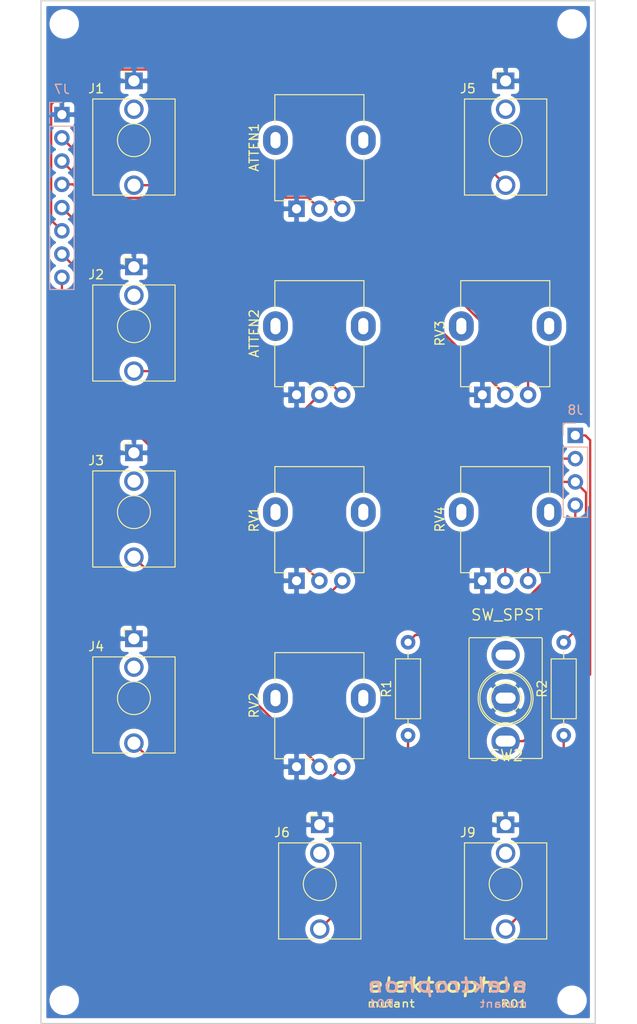
<source format=kicad_pcb>
(kicad_pcb (version 20171130) (host pcbnew 5.1.7-a382d34a8~87~ubuntu20.04.1)

  (general
    (thickness 1.6)
    (drawings 4)
    (tracks 75)
    (zones 0)
    (modules 23)
    (nets 26)
  )

  (page A4)
  (title_block
    (title mutant)
    (date 2020-10-25)
    (rev 01)
    (comment 1 "PCB for mount circuit")
    (comment 2 "low pass filter")
    (comment 4 "License CC BY 4.0 - Attribution 4.0 International")
  )

  (layers
    (0 F.Cu signal)
    (31 B.Cu signal)
    (32 B.Adhes user)
    (33 F.Adhes user)
    (34 B.Paste user)
    (35 F.Paste user)
    (36 B.SilkS user)
    (37 F.SilkS user)
    (38 B.Mask user)
    (39 F.Mask user)
    (40 Dwgs.User user)
    (41 Cmts.User user)
    (42 Eco1.User user)
    (43 Eco2.User user)
    (44 Edge.Cuts user)
    (45 Margin user)
    (46 B.CrtYd user)
    (47 F.CrtYd user)
    (48 B.Fab user)
    (49 F.Fab user)
  )

  (setup
    (last_trace_width 0.25)
    (user_trace_width 0.381)
    (user_trace_width 0.762)
    (trace_clearance 0.2)
    (zone_clearance 0.508)
    (zone_45_only no)
    (trace_min 0.2)
    (via_size 0.8)
    (via_drill 0.4)
    (via_min_size 0.4)
    (via_min_drill 0.3)
    (uvia_size 0.3)
    (uvia_drill 0.1)
    (uvias_allowed no)
    (uvia_min_size 0.2)
    (uvia_min_drill 0.1)
    (edge_width 0.15)
    (segment_width 0.2)
    (pcb_text_width 0.3)
    (pcb_text_size 1.5 1.5)
    (mod_edge_width 0.15)
    (mod_text_size 1 1)
    (mod_text_width 0.15)
    (pad_size 2.2 2.2)
    (pad_drill 2.2)
    (pad_to_mask_clearance 0.051)
    (solder_mask_min_width 0.25)
    (aux_axis_origin 0 0)
    (visible_elements 7FFFFFFF)
    (pcbplotparams
      (layerselection 0x010fc_ffffffff)
      (usegerberextensions false)
      (usegerberattributes false)
      (usegerberadvancedattributes false)
      (creategerberjobfile false)
      (excludeedgelayer true)
      (linewidth 0.100000)
      (plotframeref false)
      (viasonmask false)
      (mode 1)
      (useauxorigin false)
      (hpglpennumber 1)
      (hpglpenspeed 20)
      (hpglpendiameter 15.000000)
      (psnegative false)
      (psa4output false)
      (plotreference true)
      (plotvalue true)
      (plotinvisibletext false)
      (padsonsilk false)
      (subtractmaskfromsilk false)
      (outputformat 1)
      (mirror false)
      (drillshape 0)
      (scaleselection 1)
      (outputdirectory "./gerbers"))
  )

  (net 0 "")
  (net 1 GND)
  (net 2 +15V)
  (net 3 "Net-(J4-PadT)")
  (net 4 IN_1)
  (net 5 IN_2)
  (net 6 "Net-(J3-PadT)")
  (net 7 V_OCT)
  (net 8 "Net-(J6-PadT)")
  (net 9 CV2)
  (net 10 CV)
  (net 11 FREQ)
  (net 12 OUT_A)
  (net 13 OUT_B)
  (net 14 RES)
  (net 15 CLIP)
  (net 16 "Net-(ATTEN1-Pad3)")
  (net 17 "Net-(ATTEN2-Pad3)")
  (net 18 "Net-(J1-PadTN)")
  (net 19 "Net-(J2-PadTN)")
  (net 20 "Net-(J3-PadTN)")
  (net 21 "Net-(J4-PadTN)")
  (net 22 "Net-(J5-PadTN)")
  (net 23 "Net-(J6-PadTN)")
  (net 24 "Net-(J9-PadTN)")
  (net 25 "Net-(J9-PadT)")

  (net_class Default "This is the default net class."
    (clearance 0.2)
    (trace_width 0.25)
    (via_dia 0.8)
    (via_drill 0.4)
    (uvia_dia 0.3)
    (uvia_drill 0.1)
    (add_net +15V)
    (add_net CLIP)
    (add_net CV)
    (add_net CV2)
    (add_net FREQ)
    (add_net GND)
    (add_net IN_1)
    (add_net IN_2)
    (add_net "Net-(ATTEN1-Pad3)")
    (add_net "Net-(ATTEN2-Pad3)")
    (add_net "Net-(J1-PadTN)")
    (add_net "Net-(J2-PadTN)")
    (add_net "Net-(J3-PadT)")
    (add_net "Net-(J3-PadTN)")
    (add_net "Net-(J4-PadT)")
    (add_net "Net-(J4-PadTN)")
    (add_net "Net-(J5-PadTN)")
    (add_net "Net-(J6-PadT)")
    (add_net "Net-(J6-PadTN)")
    (add_net "Net-(J9-PadT)")
    (add_net "Net-(J9-PadTN)")
    (add_net OUT_A)
    (add_net OUT_B)
    (add_net RES)
    (add_net V_OCT)
  )

  (module elektrophon:SPDT_KIT (layer F.Cu) (tedit 5D74BD61) (tstamp 5F958C5B)
    (at 76.2 101.6 180)
    (path /5FAC0AF9)
    (fp_text reference SW2 (at -2.032 -6.985) (layer F.SilkS)
      (effects (font (size 1.2065 1.2065) (thickness 0.1524)) (justify right bottom))
    )
    (fp_text value SW_SPST (at -4.191 8.382) (layer F.SilkS)
      (effects (font (size 1.2065 1.2065) (thickness 0.1524)) (justify right bottom))
    )
    (fp_line (start -3.9 -6.6) (end 3.9 -6.6) (layer F.SilkS) (width 0.125))
    (fp_line (start 4 -6.5) (end 4 6.5) (layer F.SilkS) (width 0.125))
    (fp_line (start 3.9 6.6) (end -3.9 6.6) (layer F.SilkS) (width 0.125))
    (fp_line (start -4 6.5) (end -4 -6.5) (layer F.SilkS) (width 0.125))
    (fp_circle (center 0 0) (end 3 0) (layer F.SilkS) (width 0.125))
    (fp_circle (center 0 0) (end 2.4765 0) (layer Cmts.User) (width 0.0254))
    (fp_circle (center 0 0) (end 0.254 -2.794) (layer F.SilkS) (width 0.125))
    (fp_circle (center 0 0) (end 0.3175 -1.651) (layer F.SilkS) (width 0.125))
    (fp_arc (start -3.8735 -6.477) (end -3.8735 -6.604) (angle -90) (layer F.SilkS) (width 0.125))
    (fp_arc (start 3.8735 6.477) (end 3.8735 6.604) (angle -90) (layer F.SilkS) (width 0.125))
    (fp_arc (start 3.8735 -6.477) (end 4.0005 -6.477) (angle -90) (layer F.SilkS) (width 0.125))
    (fp_arc (start -3.8735 6.477) (end -4.0005 6.477) (angle -90) (layer F.SilkS) (width 0.125))
    (pad 1 thru_hole circle (at 0 -4.7 180) (size 3.1 3.1) (drill oval 2.2 1.2) (layers *.Cu *.Mask)
      (net 15 CLIP))
    (pad 2 thru_hole circle (at 0 0 180) (size 3.1 3.1) (drill oval 2.2 1.2) (layers *.Cu *.Mask)
      (net 1 GND))
    (pad 3 thru_hole circle (at 0 4.7 180) (size 3.1 3.1) (drill oval 2.2 1.2) (layers *.Cu *.Mask))
    (model "/Users/design/Google Drive/4ms/kicad/packages3d/spdt-toggle-submini.wrl"
      (offset (xyz 0 0 2.79399995803833))
      (scale (xyz 0.39 0.39 0.39))
      (rotate (xyz 270 0 90))
    )
    (model "/home/etienne/Projects/elektrophon/lib/kicad/models/SPDT Toggle Switch.stp"
      (offset (xyz 3.5 -12 0))
      (scale (xyz 1 1 1))
      (rotate (xyz -90 0 90))
    )
  )

  (module elektrophon:Jack_3.5mm_WQP-PJ398SM_Vertical (layer F.Cu) (tedit 5DA46BDA) (tstamp 5F957B25)
    (at 76.2 121.92)
    (descr "TRS 3.5mm, vertical, Thonkiconn, PCB mount, (http://www.qingpu-electronics.com/en/products/WQP-PJ398SM-362.html)")
    (tags "WQP-PJ398SM WQP-PJ301M-12 TRS 3.5mm mono vertical jack thonkiconn qingpu")
    (path /5F95936F)
    (fp_text reference J9 (at -4.13 -5.63) (layer F.SilkS)
      (effects (font (size 1 1) (thickness 0.15)))
    )
    (fp_text value OUT_2 (at 0 -1.48) (layer F.Fab)
      (effects (font (size 1 1) (thickness 0.15)))
    )
    (fp_line (start 0 -6.48) (end 0 -4.45) (layer F.Fab) (width 0.1))
    (fp_circle (center 0 0) (end 1.8 0) (layer F.Fab) (width 0.1))
    (fp_line (start 4.5 -4.45) (end -4.5 -4.45) (layer F.Fab) (width 0.1))
    (fp_line (start 5 -7.9) (end -5 -7.9) (layer F.CrtYd) (width 0.05))
    (fp_line (start 5 6.5) (end -5 6.5) (layer F.CrtYd) (width 0.05))
    (fp_line (start 5 6.5) (end 5 -7.9) (layer F.CrtYd) (width 0.05))
    (fp_line (start 4.5 6) (end -4.5 6) (layer F.Fab) (width 0.1))
    (fp_line (start 4.5 6) (end 4.5 -4.4) (layer F.Fab) (width 0.1))
    (fp_line (start -1.06 -7.48) (end -0.2 -7.48) (layer F.SilkS) (width 0.12))
    (fp_line (start -1.06 -7.48) (end -1.06 -6.68) (layer F.SilkS) (width 0.12))
    (fp_circle (center 0 0) (end 1.8 0) (layer F.SilkS) (width 0.12))
    (fp_line (start -0.35 -4.5) (end -4.5 -4.5) (layer F.SilkS) (width 0.12))
    (fp_line (start 4.5 -4.5) (end 0.35 -4.5) (layer F.SilkS) (width 0.12))
    (fp_line (start -0.5 6) (end -4.5 6) (layer F.SilkS) (width 0.12))
    (fp_line (start 4.5 6) (end 0.5 6) (layer F.SilkS) (width 0.12))
    (fp_line (start -1.41 -0.46) (end -0.46 -1.41) (layer Dwgs.User) (width 0.12))
    (fp_line (start -1.42 0.395) (end 0.4 -1.42) (layer Dwgs.User) (width 0.12))
    (fp_line (start -1.07 1.01) (end 1.01 -1.07) (layer Dwgs.User) (width 0.12))
    (fp_line (start -0.58 1.35) (end 1.36 -0.59) (layer Dwgs.User) (width 0.12))
    (fp_line (start 0.09 1.48) (end 1.48 0.09) (layer Dwgs.User) (width 0.12))
    (fp_circle (center 0 0) (end 1.5 0) (layer Dwgs.User) (width 0.12))
    (fp_line (start 4.5 -4.5) (end 4.5 6) (layer F.SilkS) (width 0.12))
    (fp_line (start -4.5 -4.5) (end -4.5 6) (layer F.SilkS) (width 0.12))
    (fp_line (start -4.5 6) (end -4.5 -4.4) (layer F.Fab) (width 0.1))
    (fp_line (start -5 6.5) (end -5 -7.9) (layer F.CrtYd) (width 0.05))
    (fp_text user KEEPOUT (at 0 0 180) (layer Cmts.User)
      (effects (font (size 0.4 0.4) (thickness 0.051)))
    )
    (fp_text user %R (at 0 1.52) (layer F.Fab)
      (effects (font (size 1 1) (thickness 0.15)))
    )
    (pad TN thru_hole circle (at 0 -3.38 180) (size 2.13 2.13) (drill 1.42) (layers *.Cu *.Mask)
      (net 24 "Net-(J9-PadTN)"))
    (pad S thru_hole rect (at 0 -6.48 180) (size 1.93 1.83) (drill 1.22) (layers *.Cu *.Mask)
      (net 1 GND))
    (pad T thru_hole circle (at 0 4.92 180) (size 2.13 2.13) (drill 1.43) (layers *.Cu *.Mask)
      (net 25 "Net-(J9-PadT)"))
    (model ${KISYS3DMOD}/Connector_Audio.3dshapes/Jack_3.5mm_QingPu_WQP-PJ398SM_Vertical.wrl
      (at (xyz 0 0 0))
      (scale (xyz 1 1 1))
      (rotate (xyz 0 0 0))
    )
    (model "${KIPRJMOD}/../../../lib/kicad/models/PJ301M-12 Thonkiconn v0.2.stp"
      (offset (xyz 0 -1 0))
      (scale (xyz 1 1 1))
      (rotate (xyz 0 0 180))
    )
  )

  (module Connector_PinSocket_2.54mm:PinSocket_1x08_P2.54mm_Vertical (layer B.Cu) (tedit 5A19A420) (tstamp 5F957AD5)
    (at 27.686 37.846 180)
    (descr "Through hole straight socket strip, 1x08, 2.54mm pitch, single row (from Kicad 4.0.7), script generated")
    (tags "Through hole socket strip THT 1x08 2.54mm single row")
    (path /5F95FE1F)
    (fp_text reference J7 (at 0 2.77) (layer B.SilkS)
      (effects (font (size 1 1) (thickness 0.15)) (justify mirror))
    )
    (fp_text value Conn_01x08_Male (at 0 -20.55) (layer B.Fab)
      (effects (font (size 1 1) (thickness 0.15)) (justify mirror))
    )
    (fp_line (start -1.27 1.27) (end 0.635 1.27) (layer B.Fab) (width 0.1))
    (fp_line (start 0.635 1.27) (end 1.27 0.635) (layer B.Fab) (width 0.1))
    (fp_line (start 1.27 0.635) (end 1.27 -19.05) (layer B.Fab) (width 0.1))
    (fp_line (start 1.27 -19.05) (end -1.27 -19.05) (layer B.Fab) (width 0.1))
    (fp_line (start -1.27 -19.05) (end -1.27 1.27) (layer B.Fab) (width 0.1))
    (fp_line (start -1.33 -1.27) (end 1.33 -1.27) (layer B.SilkS) (width 0.12))
    (fp_line (start -1.33 -1.27) (end -1.33 -19.11) (layer B.SilkS) (width 0.12))
    (fp_line (start -1.33 -19.11) (end 1.33 -19.11) (layer B.SilkS) (width 0.12))
    (fp_line (start 1.33 -1.27) (end 1.33 -19.11) (layer B.SilkS) (width 0.12))
    (fp_line (start 1.33 1.33) (end 1.33 0) (layer B.SilkS) (width 0.12))
    (fp_line (start 0 1.33) (end 1.33 1.33) (layer B.SilkS) (width 0.12))
    (fp_line (start -1.8 1.8) (end 1.75 1.8) (layer B.CrtYd) (width 0.05))
    (fp_line (start 1.75 1.8) (end 1.75 -19.55) (layer B.CrtYd) (width 0.05))
    (fp_line (start 1.75 -19.55) (end -1.8 -19.55) (layer B.CrtYd) (width 0.05))
    (fp_line (start -1.8 -19.55) (end -1.8 1.8) (layer B.CrtYd) (width 0.05))
    (fp_text user %R (at 0 -8.89 270) (layer B.Fab)
      (effects (font (size 1 1) (thickness 0.15)) (justify mirror))
    )
    (pad 8 thru_hole oval (at 0 -17.78 180) (size 1.7 1.7) (drill 1) (layers *.Cu *.Mask)
      (net 9 CV2))
    (pad 7 thru_hole oval (at 0 -15.24 180) (size 1.7 1.7) (drill 1) (layers *.Cu *.Mask)
      (net 10 CV))
    (pad 6 thru_hole oval (at 0 -12.7 180) (size 1.7 1.7) (drill 1) (layers *.Cu *.Mask)
      (net 7 V_OCT))
    (pad 5 thru_hole oval (at 0 -10.16 180) (size 1.7 1.7) (drill 1) (layers *.Cu *.Mask)
      (net 5 IN_2))
    (pad 4 thru_hole oval (at 0 -7.62 180) (size 1.7 1.7) (drill 1) (layers *.Cu *.Mask)
      (net 11 FREQ))
    (pad 3 thru_hole oval (at 0 -5.08 180) (size 1.7 1.7) (drill 1) (layers *.Cu *.Mask)
      (net 4 IN_1))
    (pad 2 thru_hole oval (at 0 -2.54 180) (size 1.7 1.7) (drill 1) (layers *.Cu *.Mask)
      (net 2 +15V))
    (pad 1 thru_hole rect (at 0 0 180) (size 1.7 1.7) (drill 1) (layers *.Cu *.Mask)
      (net 1 GND))
    (model ${KISYS3DMOD}/Connector_PinSocket_2.54mm.3dshapes/PinSocket_1x08_P2.54mm_Vertical.wrl
      (at (xyz 0 0 0))
      (scale (xyz 1 1 1))
      (rotate (xyz 0 0 0))
    )
  )

  (module Connector_PinSocket_2.54mm:PinSocket_1x04_P2.54mm_Vertical (layer B.Cu) (tedit 5A19A429) (tstamp 5F95CCA8)
    (at 83.82 72.898 180)
    (descr "Through hole straight socket strip, 1x04, 2.54mm pitch, single row (from Kicad 4.0.7), script generated")
    (tags "Through hole socket strip THT 1x04 2.54mm single row")
    (path /5F95B514)
    (fp_text reference J8 (at 0 2.77) (layer B.SilkS)
      (effects (font (size 1 1) (thickness 0.15)) (justify mirror))
    )
    (fp_text value Conn_01x04_Male (at 0 -10.39) (layer B.Fab)
      (effects (font (size 1 1) (thickness 0.15)) (justify mirror))
    )
    (fp_line (start -1.8 -9.4) (end -1.8 1.8) (layer B.CrtYd) (width 0.05))
    (fp_line (start 1.75 -9.4) (end -1.8 -9.4) (layer B.CrtYd) (width 0.05))
    (fp_line (start 1.75 1.8) (end 1.75 -9.4) (layer B.CrtYd) (width 0.05))
    (fp_line (start -1.8 1.8) (end 1.75 1.8) (layer B.CrtYd) (width 0.05))
    (fp_line (start 0 1.33) (end 1.33 1.33) (layer B.SilkS) (width 0.12))
    (fp_line (start 1.33 1.33) (end 1.33 0) (layer B.SilkS) (width 0.12))
    (fp_line (start 1.33 -1.27) (end 1.33 -8.95) (layer B.SilkS) (width 0.12))
    (fp_line (start -1.33 -8.95) (end 1.33 -8.95) (layer B.SilkS) (width 0.12))
    (fp_line (start -1.33 -1.27) (end -1.33 -8.95) (layer B.SilkS) (width 0.12))
    (fp_line (start -1.33 -1.27) (end 1.33 -1.27) (layer B.SilkS) (width 0.12))
    (fp_line (start -1.27 -8.89) (end -1.27 1.27) (layer B.Fab) (width 0.1))
    (fp_line (start 1.27 -8.89) (end -1.27 -8.89) (layer B.Fab) (width 0.1))
    (fp_line (start 1.27 0.635) (end 1.27 -8.89) (layer B.Fab) (width 0.1))
    (fp_line (start 0.635 1.27) (end 1.27 0.635) (layer B.Fab) (width 0.1))
    (fp_line (start -1.27 1.27) (end 0.635 1.27) (layer B.Fab) (width 0.1))
    (fp_text user %R (at 0 -3.81 270) (layer B.Fab)
      (effects (font (size 1 1) (thickness 0.15)) (justify mirror))
    )
    (pad 4 thru_hole oval (at 0 -7.62 180) (size 1.7 1.7) (drill 1) (layers *.Cu *.Mask)
      (net 12 OUT_A))
    (pad 3 thru_hole oval (at 0 -5.08 180) (size 1.7 1.7) (drill 1) (layers *.Cu *.Mask)
      (net 13 OUT_B))
    (pad 2 thru_hole oval (at 0 -2.54 180) (size 1.7 1.7) (drill 1) (layers *.Cu *.Mask)
      (net 14 RES))
    (pad 1 thru_hole rect (at 0 0 180) (size 1.7 1.7) (drill 1) (layers *.Cu *.Mask)
      (net 15 CLIP))
    (model ${KISYS3DMOD}/Connector_PinSocket_2.54mm.3dshapes/PinSocket_1x04_P2.54mm_Vertical.wrl
      (at (xyz 0 0 0))
      (scale (xyz 1 1 1))
      (rotate (xyz 0 0 0))
    )
  )

  (module MountingHole:MountingHole_2.2mm_M2 locked (layer F.Cu) (tedit 56D1B4CB) (tstamp 5F954EAD)
    (at 27.94 134.62)
    (descr "Mounting Hole 2.2mm, no annular, M2")
    (tags "mounting hole 2.2mm no annular m2")
    (attr virtual)
    (fp_text reference REF4 (at 0 -3.2) (layer F.SilkS) hide
      (effects (font (size 1 1) (thickness 0.15)))
    )
    (fp_text value MountingHole_2.2mm_M2 (at 0 3.2) (layer F.Fab) hide
      (effects (font (size 1 1) (thickness 0.15)))
    )
    (fp_circle (center 0 0) (end 2.45 0) (layer F.CrtYd) (width 0.05))
    (fp_circle (center 0 0) (end 2.2 0) (layer Cmts.User) (width 0.15))
    (fp_text user %R (at 0.3 0) (layer F.Fab) hide
      (effects (font (size 1 1) (thickness 0.15)))
    )
    (pad 1 np_thru_hole circle (at 0 0) (size 2.2 2.2) (drill 2.2) (layers *.Cu *.Mask))
  )

  (module MountingHole:MountingHole_2.2mm_M2 locked (layer F.Cu) (tedit 56D1B4CB) (tstamp 5F954E90)
    (at 83.46 134.62)
    (descr "Mounting Hole 2.2mm, no annular, M2")
    (tags "mounting hole 2.2mm no annular m2")
    (attr virtual)
    (fp_text reference REF3 (at 0 -3.2) (layer F.SilkS) hide
      (effects (font (size 1 1) (thickness 0.15)))
    )
    (fp_text value MountingHole_2.2mm_M2 (at 0 3.2) (layer F.Fab) hide
      (effects (font (size 1 1) (thickness 0.15)))
    )
    (fp_circle (center 0 0) (end 2.45 0) (layer F.CrtYd) (width 0.05))
    (fp_circle (center 0 0) (end 2.2 0) (layer Cmts.User) (width 0.15))
    (fp_text user %R (at 0.3 0) (layer F.Fab) hide
      (effects (font (size 1 1) (thickness 0.15)))
    )
    (pad 1 np_thru_hole circle (at 0 0) (size 2.2 2.2) (drill 2.2) (layers *.Cu *.Mask))
  )

  (module MountingHole:MountingHole_2.2mm_M2 locked (layer F.Cu) (tedit 56D1B4CB) (tstamp 5F954E73)
    (at 83.46 27.94)
    (descr "Mounting Hole 2.2mm, no annular, M2")
    (tags "mounting hole 2.2mm no annular m2")
    (attr virtual)
    (fp_text reference REF2 (at 0 -3.2) (layer F.SilkS) hide
      (effects (font (size 1 1) (thickness 0.15)))
    )
    (fp_text value MountingHole_2.2mm_M2 (at 0 3.2) (layer F.Fab) hide
      (effects (font (size 1 1) (thickness 0.15)))
    )
    (fp_circle (center 0 0) (end 2.45 0) (layer F.CrtYd) (width 0.05))
    (fp_circle (center 0 0) (end 2.2 0) (layer Cmts.User) (width 0.15))
    (fp_text user %R (at 0.3 0) (layer F.Fab) hide
      (effects (font (size 1 1) (thickness 0.15)))
    )
    (pad 1 np_thru_hole circle (at 0 0) (size 2.2 2.2) (drill 2.2) (layers *.Cu *.Mask))
  )

  (module MountingHole:MountingHole_2.2mm_M2 locked (layer F.Cu) (tedit 56D1B4CB) (tstamp 5F954E4F)
    (at 27.94 27.94)
    (descr "Mounting Hole 2.2mm, no annular, M2")
    (tags "mounting hole 2.2mm no annular m2")
    (attr virtual)
    (fp_text reference REF1 (at 0 -3.2) (layer F.SilkS) hide
      (effects (font (size 1 1) (thickness 0.15)))
    )
    (fp_text value MountingHole_2.2mm_M2 (at 0 3.2) (layer F.Fab) hide
      (effects (font (size 1 1) (thickness 0.15)))
    )
    (fp_circle (center 0 0) (end 2.45 0) (layer F.CrtYd) (width 0.05))
    (fp_circle (center 0 0) (end 2.2 0) (layer Cmts.User) (width 0.15))
    (fp_text user %R (at 0.3 0) (layer F.Fab) hide
      (effects (font (size 1 1) (thickness 0.15)))
    )
    (pad 1 np_thru_hole circle (at 0 0) (size 2.2 2.2) (drill 2.2) (layers *.Cu *.Mask))
  )

  (module elektrophon:Jack_3.5mm_WQP-PJ398SM_Vertical (layer F.Cu) (tedit 5DA46BDA) (tstamp 5F958B60)
    (at 55.88 121.92)
    (descr "TRS 3.5mm, vertical, Thonkiconn, PCB mount, (http://www.qingpu-electronics.com/en/products/WQP-PJ398SM-362.html)")
    (tags "WQP-PJ398SM WQP-PJ301M-12 TRS 3.5mm mono vertical jack thonkiconn qingpu")
    (path /5FABEC10)
    (fp_text reference J6 (at -4.13 -5.63) (layer F.SilkS)
      (effects (font (size 1 1) (thickness 0.15)))
    )
    (fp_text value OUt_1 (at 0 -1.48) (layer F.Fab)
      (effects (font (size 1 1) (thickness 0.15)))
    )
    (fp_line (start -5 6.5) (end -5 -7.9) (layer F.CrtYd) (width 0.05))
    (fp_line (start -4.5 6) (end -4.5 -4.4) (layer F.Fab) (width 0.1))
    (fp_line (start -4.5 -4.5) (end -4.5 6) (layer F.SilkS) (width 0.12))
    (fp_line (start 4.5 -4.5) (end 4.5 6) (layer F.SilkS) (width 0.12))
    (fp_circle (center 0 0) (end 1.5 0) (layer Dwgs.User) (width 0.12))
    (fp_line (start 0.09 1.48) (end 1.48 0.09) (layer Dwgs.User) (width 0.12))
    (fp_line (start -0.58 1.35) (end 1.36 -0.59) (layer Dwgs.User) (width 0.12))
    (fp_line (start -1.07 1.01) (end 1.01 -1.07) (layer Dwgs.User) (width 0.12))
    (fp_line (start -1.42 0.395) (end 0.4 -1.42) (layer Dwgs.User) (width 0.12))
    (fp_line (start -1.41 -0.46) (end -0.46 -1.41) (layer Dwgs.User) (width 0.12))
    (fp_line (start 4.5 6) (end 0.5 6) (layer F.SilkS) (width 0.12))
    (fp_line (start -0.5 6) (end -4.5 6) (layer F.SilkS) (width 0.12))
    (fp_line (start 4.5 -4.5) (end 0.35 -4.5) (layer F.SilkS) (width 0.12))
    (fp_line (start -0.35 -4.5) (end -4.5 -4.5) (layer F.SilkS) (width 0.12))
    (fp_circle (center 0 0) (end 1.8 0) (layer F.SilkS) (width 0.12))
    (fp_line (start -1.06 -7.48) (end -1.06 -6.68) (layer F.SilkS) (width 0.12))
    (fp_line (start -1.06 -7.48) (end -0.2 -7.48) (layer F.SilkS) (width 0.12))
    (fp_line (start 4.5 6) (end 4.5 -4.4) (layer F.Fab) (width 0.1))
    (fp_line (start 4.5 6) (end -4.5 6) (layer F.Fab) (width 0.1))
    (fp_line (start 5 6.5) (end 5 -7.9) (layer F.CrtYd) (width 0.05))
    (fp_line (start 5 6.5) (end -5 6.5) (layer F.CrtYd) (width 0.05))
    (fp_line (start 5 -7.9) (end -5 -7.9) (layer F.CrtYd) (width 0.05))
    (fp_line (start 4.5 -4.45) (end -4.5 -4.45) (layer F.Fab) (width 0.1))
    (fp_circle (center 0 0) (end 1.8 0) (layer F.Fab) (width 0.1))
    (fp_line (start 0 -6.48) (end 0 -4.45) (layer F.Fab) (width 0.1))
    (fp_text user KEEPOUT (at 0 0 180) (layer Cmts.User)
      (effects (font (size 0.4 0.4) (thickness 0.051)))
    )
    (fp_text user %R (at 0 1.52) (layer F.Fab)
      (effects (font (size 1 1) (thickness 0.15)))
    )
    (pad TN thru_hole circle (at 0 -3.38 180) (size 2.13 2.13) (drill 1.42) (layers *.Cu *.Mask)
      (net 23 "Net-(J6-PadTN)"))
    (pad S thru_hole rect (at 0 -6.48 180) (size 1.93 1.83) (drill 1.22) (layers *.Cu *.Mask)
      (net 1 GND))
    (pad T thru_hole circle (at 0 4.92 180) (size 2.13 2.13) (drill 1.43) (layers *.Cu *.Mask)
      (net 8 "Net-(J6-PadT)"))
    (model ${KISYS3DMOD}/Connector_Audio.3dshapes/Jack_3.5mm_QingPu_WQP-PJ398SM_Vertical.wrl
      (at (xyz 0 0 0))
      (scale (xyz 1 1 1))
      (rotate (xyz 0 0 0))
    )
    (model "${KIPRJMOD}/../../../lib/kicad/models/PJ301M-12 Thonkiconn v0.2.stp"
      (offset (xyz 0 -1 0))
      (scale (xyz 1 1 1))
      (rotate (xyz 0 0 180))
    )
  )

  (module elektrophon:Jack_3.5mm_WQP-PJ398SM_Vertical (layer F.Cu) (tedit 5DA46BDA) (tstamp 5F958B3E)
    (at 76.2 40.64)
    (descr "TRS 3.5mm, vertical, Thonkiconn, PCB mount, (http://www.qingpu-electronics.com/en/products/WQP-PJ398SM-362.html)")
    (tags "WQP-PJ398SM WQP-PJ301M-12 TRS 3.5mm mono vertical jack thonkiconn qingpu")
    (path /5FAADE5C)
    (fp_text reference J5 (at -4.13 -5.63) (layer F.SilkS)
      (effects (font (size 1 1) (thickness 0.15)))
    )
    (fp_text value V/OCT (at 0 -1.48) (layer F.Fab)
      (effects (font (size 1 1) (thickness 0.15)))
    )
    (fp_line (start -5 6.5) (end -5 -7.9) (layer F.CrtYd) (width 0.05))
    (fp_line (start -4.5 6) (end -4.5 -4.4) (layer F.Fab) (width 0.1))
    (fp_line (start -4.5 -4.5) (end -4.5 6) (layer F.SilkS) (width 0.12))
    (fp_line (start 4.5 -4.5) (end 4.5 6) (layer F.SilkS) (width 0.12))
    (fp_circle (center 0 0) (end 1.5 0) (layer Dwgs.User) (width 0.12))
    (fp_line (start 0.09 1.48) (end 1.48 0.09) (layer Dwgs.User) (width 0.12))
    (fp_line (start -0.58 1.35) (end 1.36 -0.59) (layer Dwgs.User) (width 0.12))
    (fp_line (start -1.07 1.01) (end 1.01 -1.07) (layer Dwgs.User) (width 0.12))
    (fp_line (start -1.42 0.395) (end 0.4 -1.42) (layer Dwgs.User) (width 0.12))
    (fp_line (start -1.41 -0.46) (end -0.46 -1.41) (layer Dwgs.User) (width 0.12))
    (fp_line (start 4.5 6) (end 0.5 6) (layer F.SilkS) (width 0.12))
    (fp_line (start -0.5 6) (end -4.5 6) (layer F.SilkS) (width 0.12))
    (fp_line (start 4.5 -4.5) (end 0.35 -4.5) (layer F.SilkS) (width 0.12))
    (fp_line (start -0.35 -4.5) (end -4.5 -4.5) (layer F.SilkS) (width 0.12))
    (fp_circle (center 0 0) (end 1.8 0) (layer F.SilkS) (width 0.12))
    (fp_line (start -1.06 -7.48) (end -1.06 -6.68) (layer F.SilkS) (width 0.12))
    (fp_line (start -1.06 -7.48) (end -0.2 -7.48) (layer F.SilkS) (width 0.12))
    (fp_line (start 4.5 6) (end 4.5 -4.4) (layer F.Fab) (width 0.1))
    (fp_line (start 4.5 6) (end -4.5 6) (layer F.Fab) (width 0.1))
    (fp_line (start 5 6.5) (end 5 -7.9) (layer F.CrtYd) (width 0.05))
    (fp_line (start 5 6.5) (end -5 6.5) (layer F.CrtYd) (width 0.05))
    (fp_line (start 5 -7.9) (end -5 -7.9) (layer F.CrtYd) (width 0.05))
    (fp_line (start 4.5 -4.45) (end -4.5 -4.45) (layer F.Fab) (width 0.1))
    (fp_circle (center 0 0) (end 1.8 0) (layer F.Fab) (width 0.1))
    (fp_line (start 0 -6.48) (end 0 -4.45) (layer F.Fab) (width 0.1))
    (fp_text user KEEPOUT (at 0 0 180) (layer Cmts.User)
      (effects (font (size 0.4 0.4) (thickness 0.051)))
    )
    (fp_text user %R (at 0 1.52) (layer F.Fab)
      (effects (font (size 1 1) (thickness 0.15)))
    )
    (pad TN thru_hole circle (at 0 -3.38 180) (size 2.13 2.13) (drill 1.42) (layers *.Cu *.Mask)
      (net 22 "Net-(J5-PadTN)"))
    (pad S thru_hole rect (at 0 -6.48 180) (size 1.93 1.83) (drill 1.22) (layers *.Cu *.Mask)
      (net 1 GND))
    (pad T thru_hole circle (at 0 4.92 180) (size 2.13 2.13) (drill 1.43) (layers *.Cu *.Mask)
      (net 7 V_OCT))
    (model ${KISYS3DMOD}/Connector_Audio.3dshapes/Jack_3.5mm_QingPu_WQP-PJ398SM_Vertical.wrl
      (at (xyz 0 0 0))
      (scale (xyz 1 1 1))
      (rotate (xyz 0 0 0))
    )
    (model "${KIPRJMOD}/../../../lib/kicad/models/PJ301M-12 Thonkiconn v0.2.stp"
      (offset (xyz 0 -1 0))
      (scale (xyz 1 1 1))
      (rotate (xyz 0 0 180))
    )
  )

  (module elektrophon:Jack_3.5mm_WQP-PJ398SM_Vertical (layer F.Cu) (tedit 5DA46BDA) (tstamp 5F958B1C)
    (at 35.56 101.6)
    (descr "TRS 3.5mm, vertical, Thonkiconn, PCB mount, (http://www.qingpu-electronics.com/en/products/WQP-PJ398SM-362.html)")
    (tags "WQP-PJ398SM WQP-PJ301M-12 TRS 3.5mm mono vertical jack thonkiconn qingpu")
    (path /5FAAB3AE)
    (fp_text reference J4 (at -4.13 -5.63) (layer F.SilkS)
      (effects (font (size 1 1) (thickness 0.15)))
    )
    (fp_text value CV2 (at 0 -1.48) (layer F.Fab)
      (effects (font (size 1 1) (thickness 0.15)))
    )
    (fp_line (start -5 6.5) (end -5 -7.9) (layer F.CrtYd) (width 0.05))
    (fp_line (start -4.5 6) (end -4.5 -4.4) (layer F.Fab) (width 0.1))
    (fp_line (start -4.5 -4.5) (end -4.5 6) (layer F.SilkS) (width 0.12))
    (fp_line (start 4.5 -4.5) (end 4.5 6) (layer F.SilkS) (width 0.12))
    (fp_circle (center 0 0) (end 1.5 0) (layer Dwgs.User) (width 0.12))
    (fp_line (start 0.09 1.48) (end 1.48 0.09) (layer Dwgs.User) (width 0.12))
    (fp_line (start -0.58 1.35) (end 1.36 -0.59) (layer Dwgs.User) (width 0.12))
    (fp_line (start -1.07 1.01) (end 1.01 -1.07) (layer Dwgs.User) (width 0.12))
    (fp_line (start -1.42 0.395) (end 0.4 -1.42) (layer Dwgs.User) (width 0.12))
    (fp_line (start -1.41 -0.46) (end -0.46 -1.41) (layer Dwgs.User) (width 0.12))
    (fp_line (start 4.5 6) (end 0.5 6) (layer F.SilkS) (width 0.12))
    (fp_line (start -0.5 6) (end -4.5 6) (layer F.SilkS) (width 0.12))
    (fp_line (start 4.5 -4.5) (end 0.35 -4.5) (layer F.SilkS) (width 0.12))
    (fp_line (start -0.35 -4.5) (end -4.5 -4.5) (layer F.SilkS) (width 0.12))
    (fp_circle (center 0 0) (end 1.8 0) (layer F.SilkS) (width 0.12))
    (fp_line (start -1.06 -7.48) (end -1.06 -6.68) (layer F.SilkS) (width 0.12))
    (fp_line (start -1.06 -7.48) (end -0.2 -7.48) (layer F.SilkS) (width 0.12))
    (fp_line (start 4.5 6) (end 4.5 -4.4) (layer F.Fab) (width 0.1))
    (fp_line (start 4.5 6) (end -4.5 6) (layer F.Fab) (width 0.1))
    (fp_line (start 5 6.5) (end 5 -7.9) (layer F.CrtYd) (width 0.05))
    (fp_line (start 5 6.5) (end -5 6.5) (layer F.CrtYd) (width 0.05))
    (fp_line (start 5 -7.9) (end -5 -7.9) (layer F.CrtYd) (width 0.05))
    (fp_line (start 4.5 -4.45) (end -4.5 -4.45) (layer F.Fab) (width 0.1))
    (fp_circle (center 0 0) (end 1.8 0) (layer F.Fab) (width 0.1))
    (fp_line (start 0 -6.48) (end 0 -4.45) (layer F.Fab) (width 0.1))
    (fp_text user KEEPOUT (at 0 0 180) (layer Cmts.User)
      (effects (font (size 0.4 0.4) (thickness 0.051)))
    )
    (fp_text user %R (at 0 1.52) (layer F.Fab)
      (effects (font (size 1 1) (thickness 0.15)))
    )
    (pad TN thru_hole circle (at 0 -3.38 180) (size 2.13 2.13) (drill 1.42) (layers *.Cu *.Mask)
      (net 21 "Net-(J4-PadTN)"))
    (pad S thru_hole rect (at 0 -6.48 180) (size 1.93 1.83) (drill 1.22) (layers *.Cu *.Mask)
      (net 1 GND))
    (pad T thru_hole circle (at 0 4.92 180) (size 2.13 2.13) (drill 1.43) (layers *.Cu *.Mask)
      (net 3 "Net-(J4-PadT)"))
    (model ${KISYS3DMOD}/Connector_Audio.3dshapes/Jack_3.5mm_QingPu_WQP-PJ398SM_Vertical.wrl
      (at (xyz 0 0 0))
      (scale (xyz 1 1 1))
      (rotate (xyz 0 0 0))
    )
    (model "${KIPRJMOD}/../../../lib/kicad/models/PJ301M-12 Thonkiconn v0.2.stp"
      (offset (xyz 0 -1 0))
      (scale (xyz 1 1 1))
      (rotate (xyz 0 0 180))
    )
  )

  (module elektrophon:Jack_3.5mm_WQP-PJ398SM_Vertical (layer F.Cu) (tedit 5DA46BDA) (tstamp 5F958AFA)
    (at 35.56 81.28)
    (descr "TRS 3.5mm, vertical, Thonkiconn, PCB mount, (http://www.qingpu-electronics.com/en/products/WQP-PJ398SM-362.html)")
    (tags "WQP-PJ398SM WQP-PJ301M-12 TRS 3.5mm mono vertical jack thonkiconn qingpu")
    (path /5FAB1335)
    (fp_text reference J3 (at -4.13 -5.63) (layer F.SilkS)
      (effects (font (size 1 1) (thickness 0.15)))
    )
    (fp_text value CV1 (at 0 -1.48) (layer F.Fab)
      (effects (font (size 1 1) (thickness 0.15)))
    )
    (fp_line (start -5 6.5) (end -5 -7.9) (layer F.CrtYd) (width 0.05))
    (fp_line (start -4.5 6) (end -4.5 -4.4) (layer F.Fab) (width 0.1))
    (fp_line (start -4.5 -4.5) (end -4.5 6) (layer F.SilkS) (width 0.12))
    (fp_line (start 4.5 -4.5) (end 4.5 6) (layer F.SilkS) (width 0.12))
    (fp_circle (center 0 0) (end 1.5 0) (layer Dwgs.User) (width 0.12))
    (fp_line (start 0.09 1.48) (end 1.48 0.09) (layer Dwgs.User) (width 0.12))
    (fp_line (start -0.58 1.35) (end 1.36 -0.59) (layer Dwgs.User) (width 0.12))
    (fp_line (start -1.07 1.01) (end 1.01 -1.07) (layer Dwgs.User) (width 0.12))
    (fp_line (start -1.42 0.395) (end 0.4 -1.42) (layer Dwgs.User) (width 0.12))
    (fp_line (start -1.41 -0.46) (end -0.46 -1.41) (layer Dwgs.User) (width 0.12))
    (fp_line (start 4.5 6) (end 0.5 6) (layer F.SilkS) (width 0.12))
    (fp_line (start -0.5 6) (end -4.5 6) (layer F.SilkS) (width 0.12))
    (fp_line (start 4.5 -4.5) (end 0.35 -4.5) (layer F.SilkS) (width 0.12))
    (fp_line (start -0.35 -4.5) (end -4.5 -4.5) (layer F.SilkS) (width 0.12))
    (fp_circle (center 0 0) (end 1.8 0) (layer F.SilkS) (width 0.12))
    (fp_line (start -1.06 -7.48) (end -1.06 -6.68) (layer F.SilkS) (width 0.12))
    (fp_line (start -1.06 -7.48) (end -0.2 -7.48) (layer F.SilkS) (width 0.12))
    (fp_line (start 4.5 6) (end 4.5 -4.4) (layer F.Fab) (width 0.1))
    (fp_line (start 4.5 6) (end -4.5 6) (layer F.Fab) (width 0.1))
    (fp_line (start 5 6.5) (end 5 -7.9) (layer F.CrtYd) (width 0.05))
    (fp_line (start 5 6.5) (end -5 6.5) (layer F.CrtYd) (width 0.05))
    (fp_line (start 5 -7.9) (end -5 -7.9) (layer F.CrtYd) (width 0.05))
    (fp_line (start 4.5 -4.45) (end -4.5 -4.45) (layer F.Fab) (width 0.1))
    (fp_circle (center 0 0) (end 1.8 0) (layer F.Fab) (width 0.1))
    (fp_line (start 0 -6.48) (end 0 -4.45) (layer F.Fab) (width 0.1))
    (fp_text user KEEPOUT (at 0 0 180) (layer Cmts.User)
      (effects (font (size 0.4 0.4) (thickness 0.051)))
    )
    (fp_text user %R (at 0 1.52) (layer F.Fab)
      (effects (font (size 1 1) (thickness 0.15)))
    )
    (pad TN thru_hole circle (at 0 -3.38 180) (size 2.13 2.13) (drill 1.42) (layers *.Cu *.Mask)
      (net 20 "Net-(J3-PadTN)"))
    (pad S thru_hole rect (at 0 -6.48 180) (size 1.93 1.83) (drill 1.22) (layers *.Cu *.Mask)
      (net 1 GND))
    (pad T thru_hole circle (at 0 4.92 180) (size 2.13 2.13) (drill 1.43) (layers *.Cu *.Mask)
      (net 6 "Net-(J3-PadT)"))
    (model ${KISYS3DMOD}/Connector_Audio.3dshapes/Jack_3.5mm_QingPu_WQP-PJ398SM_Vertical.wrl
      (at (xyz 0 0 0))
      (scale (xyz 1 1 1))
      (rotate (xyz 0 0 0))
    )
    (model "${KIPRJMOD}/../../../lib/kicad/models/PJ301M-12 Thonkiconn v0.2.stp"
      (offset (xyz 0 -1 0))
      (scale (xyz 1 1 1))
      (rotate (xyz 0 0 180))
    )
  )

  (module elektrophon:Jack_3.5mm_WQP-PJ398SM_Vertical (layer F.Cu) (tedit 5DA46BDA) (tstamp 5F958AD8)
    (at 35.56 60.96)
    (descr "TRS 3.5mm, vertical, Thonkiconn, PCB mount, (http://www.qingpu-electronics.com/en/products/WQP-PJ398SM-362.html)")
    (tags "WQP-PJ398SM WQP-PJ301M-12 TRS 3.5mm mono vertical jack thonkiconn qingpu")
    (path /5F7811DD)
    (fp_text reference J2 (at -4.13 -5.63) (layer F.SilkS)
      (effects (font (size 1 1) (thickness 0.15)))
    )
    (fp_text value IN2 (at 0 -1.48) (layer F.Fab)
      (effects (font (size 1 1) (thickness 0.15)))
    )
    (fp_line (start -5 6.5) (end -5 -7.9) (layer F.CrtYd) (width 0.05))
    (fp_line (start -4.5 6) (end -4.5 -4.4) (layer F.Fab) (width 0.1))
    (fp_line (start -4.5 -4.5) (end -4.5 6) (layer F.SilkS) (width 0.12))
    (fp_line (start 4.5 -4.5) (end 4.5 6) (layer F.SilkS) (width 0.12))
    (fp_circle (center 0 0) (end 1.5 0) (layer Dwgs.User) (width 0.12))
    (fp_line (start 0.09 1.48) (end 1.48 0.09) (layer Dwgs.User) (width 0.12))
    (fp_line (start -0.58 1.35) (end 1.36 -0.59) (layer Dwgs.User) (width 0.12))
    (fp_line (start -1.07 1.01) (end 1.01 -1.07) (layer Dwgs.User) (width 0.12))
    (fp_line (start -1.42 0.395) (end 0.4 -1.42) (layer Dwgs.User) (width 0.12))
    (fp_line (start -1.41 -0.46) (end -0.46 -1.41) (layer Dwgs.User) (width 0.12))
    (fp_line (start 4.5 6) (end 0.5 6) (layer F.SilkS) (width 0.12))
    (fp_line (start -0.5 6) (end -4.5 6) (layer F.SilkS) (width 0.12))
    (fp_line (start 4.5 -4.5) (end 0.35 -4.5) (layer F.SilkS) (width 0.12))
    (fp_line (start -0.35 -4.5) (end -4.5 -4.5) (layer F.SilkS) (width 0.12))
    (fp_circle (center 0 0) (end 1.8 0) (layer F.SilkS) (width 0.12))
    (fp_line (start -1.06 -7.48) (end -1.06 -6.68) (layer F.SilkS) (width 0.12))
    (fp_line (start -1.06 -7.48) (end -0.2 -7.48) (layer F.SilkS) (width 0.12))
    (fp_line (start 4.5 6) (end 4.5 -4.4) (layer F.Fab) (width 0.1))
    (fp_line (start 4.5 6) (end -4.5 6) (layer F.Fab) (width 0.1))
    (fp_line (start 5 6.5) (end 5 -7.9) (layer F.CrtYd) (width 0.05))
    (fp_line (start 5 6.5) (end -5 6.5) (layer F.CrtYd) (width 0.05))
    (fp_line (start 5 -7.9) (end -5 -7.9) (layer F.CrtYd) (width 0.05))
    (fp_line (start 4.5 -4.45) (end -4.5 -4.45) (layer F.Fab) (width 0.1))
    (fp_circle (center 0 0) (end 1.8 0) (layer F.Fab) (width 0.1))
    (fp_line (start 0 -6.48) (end 0 -4.45) (layer F.Fab) (width 0.1))
    (fp_text user KEEPOUT (at 0 0 180) (layer Cmts.User)
      (effects (font (size 0.4 0.4) (thickness 0.051)))
    )
    (fp_text user %R (at 0 1.52) (layer F.Fab)
      (effects (font (size 1 1) (thickness 0.15)))
    )
    (pad TN thru_hole circle (at 0 -3.38 180) (size 2.13 2.13) (drill 1.42) (layers *.Cu *.Mask)
      (net 19 "Net-(J2-PadTN)"))
    (pad S thru_hole rect (at 0 -6.48 180) (size 1.93 1.83) (drill 1.22) (layers *.Cu *.Mask)
      (net 1 GND))
    (pad T thru_hole circle (at 0 4.92 180) (size 2.13 2.13) (drill 1.43) (layers *.Cu *.Mask)
      (net 17 "Net-(ATTEN2-Pad3)"))
    (model ${KISYS3DMOD}/Connector_Audio.3dshapes/Jack_3.5mm_QingPu_WQP-PJ398SM_Vertical.wrl
      (at (xyz 0 0 0))
      (scale (xyz 1 1 1))
      (rotate (xyz 0 0 0))
    )
    (model "${KIPRJMOD}/../../../lib/kicad/models/PJ301M-12 Thonkiconn v0.2.stp"
      (offset (xyz 0 -1 0))
      (scale (xyz 1 1 1))
      (rotate (xyz 0 0 180))
    )
  )

  (module elektrophon:Jack_3.5mm_WQP-PJ398SM_Vertical (layer F.Cu) (tedit 5DA46BDA) (tstamp 5F958AB6)
    (at 35.56 40.64)
    (descr "TRS 3.5mm, vertical, Thonkiconn, PCB mount, (http://www.qingpu-electronics.com/en/products/WQP-PJ398SM-362.html)")
    (tags "WQP-PJ398SM WQP-PJ301M-12 TRS 3.5mm mono vertical jack thonkiconn qingpu")
    (path /5F780A59)
    (fp_text reference J1 (at -4.13 -5.63) (layer F.SilkS)
      (effects (font (size 1 1) (thickness 0.15)))
    )
    (fp_text value IN1 (at 0 -1.48) (layer F.Fab)
      (effects (font (size 1 1) (thickness 0.15)))
    )
    (fp_line (start -5 6.5) (end -5 -7.9) (layer F.CrtYd) (width 0.05))
    (fp_line (start -4.5 6) (end -4.5 -4.4) (layer F.Fab) (width 0.1))
    (fp_line (start -4.5 -4.5) (end -4.5 6) (layer F.SilkS) (width 0.12))
    (fp_line (start 4.5 -4.5) (end 4.5 6) (layer F.SilkS) (width 0.12))
    (fp_circle (center 0 0) (end 1.5 0) (layer Dwgs.User) (width 0.12))
    (fp_line (start 0.09 1.48) (end 1.48 0.09) (layer Dwgs.User) (width 0.12))
    (fp_line (start -0.58 1.35) (end 1.36 -0.59) (layer Dwgs.User) (width 0.12))
    (fp_line (start -1.07 1.01) (end 1.01 -1.07) (layer Dwgs.User) (width 0.12))
    (fp_line (start -1.42 0.395) (end 0.4 -1.42) (layer Dwgs.User) (width 0.12))
    (fp_line (start -1.41 -0.46) (end -0.46 -1.41) (layer Dwgs.User) (width 0.12))
    (fp_line (start 4.5 6) (end 0.5 6) (layer F.SilkS) (width 0.12))
    (fp_line (start -0.5 6) (end -4.5 6) (layer F.SilkS) (width 0.12))
    (fp_line (start 4.5 -4.5) (end 0.35 -4.5) (layer F.SilkS) (width 0.12))
    (fp_line (start -0.35 -4.5) (end -4.5 -4.5) (layer F.SilkS) (width 0.12))
    (fp_circle (center 0 0) (end 1.8 0) (layer F.SilkS) (width 0.12))
    (fp_line (start -1.06 -7.48) (end -1.06 -6.68) (layer F.SilkS) (width 0.12))
    (fp_line (start -1.06 -7.48) (end -0.2 -7.48) (layer F.SilkS) (width 0.12))
    (fp_line (start 4.5 6) (end 4.5 -4.4) (layer F.Fab) (width 0.1))
    (fp_line (start 4.5 6) (end -4.5 6) (layer F.Fab) (width 0.1))
    (fp_line (start 5 6.5) (end 5 -7.9) (layer F.CrtYd) (width 0.05))
    (fp_line (start 5 6.5) (end -5 6.5) (layer F.CrtYd) (width 0.05))
    (fp_line (start 5 -7.9) (end -5 -7.9) (layer F.CrtYd) (width 0.05))
    (fp_line (start 4.5 -4.45) (end -4.5 -4.45) (layer F.Fab) (width 0.1))
    (fp_circle (center 0 0) (end 1.8 0) (layer F.Fab) (width 0.1))
    (fp_line (start 0 -6.48) (end 0 -4.45) (layer F.Fab) (width 0.1))
    (fp_text user KEEPOUT (at 0 0 180) (layer Cmts.User)
      (effects (font (size 0.4 0.4) (thickness 0.051)))
    )
    (fp_text user %R (at 0 1.52) (layer F.Fab)
      (effects (font (size 1 1) (thickness 0.15)))
    )
    (pad TN thru_hole circle (at 0 -3.38 180) (size 2.13 2.13) (drill 1.42) (layers *.Cu *.Mask)
      (net 18 "Net-(J1-PadTN)"))
    (pad S thru_hole rect (at 0 -6.48 180) (size 1.93 1.83) (drill 1.22) (layers *.Cu *.Mask)
      (net 1 GND))
    (pad T thru_hole circle (at 0 4.92 180) (size 2.13 2.13) (drill 1.43) (layers *.Cu *.Mask)
      (net 16 "Net-(ATTEN1-Pad3)"))
    (model ${KISYS3DMOD}/Connector_Audio.3dshapes/Jack_3.5mm_QingPu_WQP-PJ398SM_Vertical.wrl
      (at (xyz 0 0 0))
      (scale (xyz 1 1 1))
      (rotate (xyz 0 0 0))
    )
    (model "${KIPRJMOD}/../../../lib/kicad/models/PJ301M-12 Thonkiconn v0.2.stp"
      (offset (xyz 0 -1 0))
      (scale (xyz 1 1 1))
      (rotate (xyz 0 0 180))
    )
  )

  (module elektrophon:Potentiometer_Alpha_RD901F-40-00D_Single_Vertical (layer F.Cu) (tedit 5DA46BB9) (tstamp 5F958C33)
    (at 76.2 81.28 90)
    (descr "Potentiometer, vertical, 9mm, single, http://www.taiwanalpha.com.tw/downloads?target=products&id=113")
    (tags "potentiometer vertical 9mm single")
    (path /5FAB9D10)
    (fp_text reference RV4 (at -0.79 -7.18 270) (layer F.SilkS)
      (effects (font (size 1 1) (thickness 0.15)))
    )
    (fp_text value "50k (log)" (at -7.5 7.32 270) (layer F.Fab)
      (effects (font (size 1 1) (thickness 0.15)))
    )
    (fp_line (start -8.65 6.37) (end 5.1 6.37) (layer F.CrtYd) (width 0.05))
    (fp_line (start -8.65 -6.45) (end -8.65 6.37) (layer F.CrtYd) (width 0.05))
    (fp_line (start 5.1 -6.45) (end -8.65 -6.45) (layer F.CrtYd) (width 0.05))
    (fp_line (start 5.1 6.37) (end 5.1 -6.45) (layer F.CrtYd) (width 0.05))
    (fp_line (start 4.97 4.83) (end 4.97 -4.91) (layer F.SilkS) (width 0.12))
    (fp_line (start -6.62 4.83) (end -6.62 3.34) (layer F.SilkS) (width 0.12))
    (fp_line (start 1.91 4.83) (end 4.97 4.83) (layer F.SilkS) (width 0.12))
    (fp_line (start -6.62 -4.92) (end -1.9 -4.92) (layer F.SilkS) (width 0.12))
    (fp_circle (center 0 -0.04) (end 0 -3.54) (layer F.Fab) (width 0.1))
    (fp_line (start -6.5 4.71) (end -6.5 -4.79) (layer F.Fab) (width 0.1))
    (fp_line (start 4.85 4.71) (end 4.85 -4.79) (layer F.Fab) (width 0.1))
    (fp_line (start -6.5 -4.79) (end 4.85 -4.79) (layer F.Fab) (width 0.1))
    (fp_line (start -6.5 4.71) (end 4.85 4.71) (layer F.Fab) (width 0.1))
    (fp_line (start 1.91 -4.91) (end 4.97 -4.91) (layer F.SilkS) (width 0.12))
    (fp_line (start -6.62 4.83) (end -1.9 4.83) (layer F.SilkS) (width 0.12))
    (fp_line (start -6.62 -3.73) (end -6.62 -4.91) (layer F.SilkS) (width 0.12))
    (fp_line (start -6.62 -0.83) (end -6.62 -1.36) (layer F.SilkS) (width 0.12))
    (fp_line (start -6.62 1.62) (end -6.62 0.79) (layer F.SilkS) (width 0.12))
    (fp_text user %R (at 0.12 0 90) (layer F.Fab)
      (effects (font (size 1 1) (thickness 0.15)))
    )
    (pad "" thru_hole oval (at 0 -4.84 180) (size 2.72 3.24) (drill oval 1.1 1.8) (layers *.Cu *.Mask))
    (pad "" thru_hole oval (at 0 4.76 180) (size 2.72 3.24) (drill oval 1.1 1.8) (layers *.Cu *.Mask))
    (pad 3 thru_hole circle (at -7.5 2.46 180) (size 1.8 1.8) (drill 1) (layers *.Cu *.Mask)
      (net 13 OUT_B))
    (pad 2 thru_hole circle (at -7.5 -0.04 180) (size 1.8 1.8) (drill 1) (layers *.Cu *.Mask)
      (net 14 RES))
    (pad 1 thru_hole rect (at -7.5 -2.54 180) (size 1.8 1.8) (drill 1) (layers *.Cu *.Mask)
      (net 1 GND))
    (model ${KISYS3DMOD}/Potentiometer_THT.3dshapes/Potentiometer_Alpha_RD901F-40-00D_Single_Vertical.wrl
      (at (xyz 0 0 0))
      (scale (xyz 1 1 1))
      (rotate (xyz 0 0 0))
    )
    (model ${KIPRJMOD}/../../../lib/kicad/models/ALPHA-RD901F-40.step
      (at (xyz 0 0 0))
      (scale (xyz 1 1 1))
      (rotate (xyz 0 0 90))
    )
  )

  (module elektrophon:Potentiometer_Alpha_RD901F-40-00D_Single_Vertical (layer F.Cu) (tedit 5DA46BB9) (tstamp 5F958C17)
    (at 76.2 60.96 90)
    (descr "Potentiometer, vertical, 9mm, single, http://www.taiwanalpha.com.tw/downloads?target=products&id=113")
    (tags "potentiometer vertical 9mm single")
    (path /5FAAE614)
    (fp_text reference RV3 (at -0.79 -7.18 270) (layer F.SilkS)
      (effects (font (size 1 1) (thickness 0.15)))
    )
    (fp_text value 20k (at -7.5 7.32 270) (layer F.Fab)
      (effects (font (size 1 1) (thickness 0.15)))
    )
    (fp_line (start -8.65 6.37) (end 5.1 6.37) (layer F.CrtYd) (width 0.05))
    (fp_line (start -8.65 -6.45) (end -8.65 6.37) (layer F.CrtYd) (width 0.05))
    (fp_line (start 5.1 -6.45) (end -8.65 -6.45) (layer F.CrtYd) (width 0.05))
    (fp_line (start 5.1 6.37) (end 5.1 -6.45) (layer F.CrtYd) (width 0.05))
    (fp_line (start 4.97 4.83) (end 4.97 -4.91) (layer F.SilkS) (width 0.12))
    (fp_line (start -6.62 4.83) (end -6.62 3.34) (layer F.SilkS) (width 0.12))
    (fp_line (start 1.91 4.83) (end 4.97 4.83) (layer F.SilkS) (width 0.12))
    (fp_line (start -6.62 -4.92) (end -1.9 -4.92) (layer F.SilkS) (width 0.12))
    (fp_circle (center 0 -0.04) (end 0 -3.54) (layer F.Fab) (width 0.1))
    (fp_line (start -6.5 4.71) (end -6.5 -4.79) (layer F.Fab) (width 0.1))
    (fp_line (start 4.85 4.71) (end 4.85 -4.79) (layer F.Fab) (width 0.1))
    (fp_line (start -6.5 -4.79) (end 4.85 -4.79) (layer F.Fab) (width 0.1))
    (fp_line (start -6.5 4.71) (end 4.85 4.71) (layer F.Fab) (width 0.1))
    (fp_line (start 1.91 -4.91) (end 4.97 -4.91) (layer F.SilkS) (width 0.12))
    (fp_line (start -6.62 4.83) (end -1.9 4.83) (layer F.SilkS) (width 0.12))
    (fp_line (start -6.62 -3.73) (end -6.62 -4.91) (layer F.SilkS) (width 0.12))
    (fp_line (start -6.62 -0.83) (end -6.62 -1.36) (layer F.SilkS) (width 0.12))
    (fp_line (start -6.62 1.62) (end -6.62 0.79) (layer F.SilkS) (width 0.12))
    (fp_text user %R (at 0.12 0 90) (layer F.Fab)
      (effects (font (size 1 1) (thickness 0.15)))
    )
    (pad "" thru_hole oval (at 0 -4.84 180) (size 2.72 3.24) (drill oval 1.1 1.8) (layers *.Cu *.Mask))
    (pad "" thru_hole oval (at 0 4.76 180) (size 2.72 3.24) (drill oval 1.1 1.8) (layers *.Cu *.Mask))
    (pad 3 thru_hole circle (at -7.5 2.46 180) (size 1.8 1.8) (drill 1) (layers *.Cu *.Mask)
      (net 2 +15V))
    (pad 2 thru_hole circle (at -7.5 -0.04 180) (size 1.8 1.8) (drill 1) (layers *.Cu *.Mask)
      (net 11 FREQ))
    (pad 1 thru_hole rect (at -7.5 -2.54 180) (size 1.8 1.8) (drill 1) (layers *.Cu *.Mask)
      (net 1 GND))
    (model ${KISYS3DMOD}/Potentiometer_THT.3dshapes/Potentiometer_Alpha_RD901F-40-00D_Single_Vertical.wrl
      (at (xyz 0 0 0))
      (scale (xyz 1 1 1))
      (rotate (xyz 0 0 0))
    )
    (model ${KIPRJMOD}/../../../lib/kicad/models/ALPHA-RD901F-40.step
      (at (xyz 0 0 0))
      (scale (xyz 1 1 1))
      (rotate (xyz 0 0 90))
    )
  )

  (module elektrophon:Potentiometer_Alpha_RD901F-40-00D_Single_Vertical (layer F.Cu) (tedit 5DA46BB9) (tstamp 5F958BFB)
    (at 55.88 101.6 90)
    (descr "Potentiometer, vertical, 9mm, single, http://www.taiwanalpha.com.tw/downloads?target=products&id=113")
    (tags "potentiometer vertical 9mm single")
    (path /5FAAAE99)
    (fp_text reference RV2 (at -0.79 -7.18 270) (layer F.SilkS)
      (effects (font (size 1 1) (thickness 0.15)))
    )
    (fp_text value 50k (at -7.5 7.32 270) (layer F.Fab)
      (effects (font (size 1 1) (thickness 0.15)))
    )
    (fp_line (start -8.65 6.37) (end 5.1 6.37) (layer F.CrtYd) (width 0.05))
    (fp_line (start -8.65 -6.45) (end -8.65 6.37) (layer F.CrtYd) (width 0.05))
    (fp_line (start 5.1 -6.45) (end -8.65 -6.45) (layer F.CrtYd) (width 0.05))
    (fp_line (start 5.1 6.37) (end 5.1 -6.45) (layer F.CrtYd) (width 0.05))
    (fp_line (start 4.97 4.83) (end 4.97 -4.91) (layer F.SilkS) (width 0.12))
    (fp_line (start -6.62 4.83) (end -6.62 3.34) (layer F.SilkS) (width 0.12))
    (fp_line (start 1.91 4.83) (end 4.97 4.83) (layer F.SilkS) (width 0.12))
    (fp_line (start -6.62 -4.92) (end -1.9 -4.92) (layer F.SilkS) (width 0.12))
    (fp_circle (center 0 -0.04) (end 0 -3.54) (layer F.Fab) (width 0.1))
    (fp_line (start -6.5 4.71) (end -6.5 -4.79) (layer F.Fab) (width 0.1))
    (fp_line (start 4.85 4.71) (end 4.85 -4.79) (layer F.Fab) (width 0.1))
    (fp_line (start -6.5 -4.79) (end 4.85 -4.79) (layer F.Fab) (width 0.1))
    (fp_line (start -6.5 4.71) (end 4.85 4.71) (layer F.Fab) (width 0.1))
    (fp_line (start 1.91 -4.91) (end 4.97 -4.91) (layer F.SilkS) (width 0.12))
    (fp_line (start -6.62 4.83) (end -1.9 4.83) (layer F.SilkS) (width 0.12))
    (fp_line (start -6.62 -3.73) (end -6.62 -4.91) (layer F.SilkS) (width 0.12))
    (fp_line (start -6.62 -0.83) (end -6.62 -1.36) (layer F.SilkS) (width 0.12))
    (fp_line (start -6.62 1.62) (end -6.62 0.79) (layer F.SilkS) (width 0.12))
    (fp_text user %R (at 0.12 0 90) (layer F.Fab)
      (effects (font (size 1 1) (thickness 0.15)))
    )
    (pad "" thru_hole oval (at 0 -4.84 180) (size 2.72 3.24) (drill oval 1.1 1.8) (layers *.Cu *.Mask))
    (pad "" thru_hole oval (at 0 4.76 180) (size 2.72 3.24) (drill oval 1.1 1.8) (layers *.Cu *.Mask))
    (pad 3 thru_hole circle (at -7.5 2.46 180) (size 1.8 1.8) (drill 1) (layers *.Cu *.Mask)
      (net 3 "Net-(J4-PadT)"))
    (pad 2 thru_hole circle (at -7.5 -0.04 180) (size 1.8 1.8) (drill 1) (layers *.Cu *.Mask)
      (net 9 CV2))
    (pad 1 thru_hole rect (at -7.5 -2.54 180) (size 1.8 1.8) (drill 1) (layers *.Cu *.Mask)
      (net 1 GND))
    (model ${KISYS3DMOD}/Potentiometer_THT.3dshapes/Potentiometer_Alpha_RD901F-40-00D_Single_Vertical.wrl
      (at (xyz 0 0 0))
      (scale (xyz 1 1 1))
      (rotate (xyz 0 0 0))
    )
    (model ${KIPRJMOD}/../../../lib/kicad/models/ALPHA-RD901F-40.step
      (at (xyz 0 0 0))
      (scale (xyz 1 1 1))
      (rotate (xyz 0 0 90))
    )
  )

  (module elektrophon:Potentiometer_Alpha_RD901F-40-00D_Single_Vertical (layer F.Cu) (tedit 5DA46BB9) (tstamp 5F958BDF)
    (at 55.88 81.28 90)
    (descr "Potentiometer, vertical, 9mm, single, http://www.taiwanalpha.com.tw/downloads?target=products&id=113")
    (tags "potentiometer vertical 9mm single")
    (path /5FAB132F)
    (fp_text reference RV1 (at -0.79 -7.18 270) (layer F.SilkS)
      (effects (font (size 1 1) (thickness 0.15)))
    )
    (fp_text value 50k (at -7.5 7.32 270) (layer F.Fab)
      (effects (font (size 1 1) (thickness 0.15)))
    )
    (fp_line (start -8.65 6.37) (end 5.1 6.37) (layer F.CrtYd) (width 0.05))
    (fp_line (start -8.65 -6.45) (end -8.65 6.37) (layer F.CrtYd) (width 0.05))
    (fp_line (start 5.1 -6.45) (end -8.65 -6.45) (layer F.CrtYd) (width 0.05))
    (fp_line (start 5.1 6.37) (end 5.1 -6.45) (layer F.CrtYd) (width 0.05))
    (fp_line (start 4.97 4.83) (end 4.97 -4.91) (layer F.SilkS) (width 0.12))
    (fp_line (start -6.62 4.83) (end -6.62 3.34) (layer F.SilkS) (width 0.12))
    (fp_line (start 1.91 4.83) (end 4.97 4.83) (layer F.SilkS) (width 0.12))
    (fp_line (start -6.62 -4.92) (end -1.9 -4.92) (layer F.SilkS) (width 0.12))
    (fp_circle (center 0 -0.04) (end 0 -3.54) (layer F.Fab) (width 0.1))
    (fp_line (start -6.5 4.71) (end -6.5 -4.79) (layer F.Fab) (width 0.1))
    (fp_line (start 4.85 4.71) (end 4.85 -4.79) (layer F.Fab) (width 0.1))
    (fp_line (start -6.5 -4.79) (end 4.85 -4.79) (layer F.Fab) (width 0.1))
    (fp_line (start -6.5 4.71) (end 4.85 4.71) (layer F.Fab) (width 0.1))
    (fp_line (start 1.91 -4.91) (end 4.97 -4.91) (layer F.SilkS) (width 0.12))
    (fp_line (start -6.62 4.83) (end -1.9 4.83) (layer F.SilkS) (width 0.12))
    (fp_line (start -6.62 -3.73) (end -6.62 -4.91) (layer F.SilkS) (width 0.12))
    (fp_line (start -6.62 -0.83) (end -6.62 -1.36) (layer F.SilkS) (width 0.12))
    (fp_line (start -6.62 1.62) (end -6.62 0.79) (layer F.SilkS) (width 0.12))
    (fp_text user %R (at 0.12 0 90) (layer F.Fab)
      (effects (font (size 1 1) (thickness 0.15)))
    )
    (pad "" thru_hole oval (at 0 -4.84 180) (size 2.72 3.24) (drill oval 1.1 1.8) (layers *.Cu *.Mask))
    (pad "" thru_hole oval (at 0 4.76 180) (size 2.72 3.24) (drill oval 1.1 1.8) (layers *.Cu *.Mask))
    (pad 3 thru_hole circle (at -7.5 2.46 180) (size 1.8 1.8) (drill 1) (layers *.Cu *.Mask)
      (net 6 "Net-(J3-PadT)"))
    (pad 2 thru_hole circle (at -7.5 -0.04 180) (size 1.8 1.8) (drill 1) (layers *.Cu *.Mask)
      (net 10 CV))
    (pad 1 thru_hole rect (at -7.5 -2.54 180) (size 1.8 1.8) (drill 1) (layers *.Cu *.Mask)
      (net 1 GND))
    (model ${KISYS3DMOD}/Potentiometer_THT.3dshapes/Potentiometer_Alpha_RD901F-40-00D_Single_Vertical.wrl
      (at (xyz 0 0 0))
      (scale (xyz 1 1 1))
      (rotate (xyz 0 0 0))
    )
    (model ${KIPRJMOD}/../../../lib/kicad/models/ALPHA-RD901F-40.step
      (at (xyz 0 0 0))
      (scale (xyz 1 1 1))
      (rotate (xyz 0 0 90))
    )
  )

  (module Resistor_THT:R_Axial_DIN0207_L6.3mm_D2.5mm_P10.16mm_Horizontal (layer F.Cu) (tedit 5AE5139B) (tstamp 5F958BC3)
    (at 82.55 105.664 90)
    (descr "Resistor, Axial_DIN0207 series, Axial, Horizontal, pin pitch=10.16mm, 0.25W = 1/4W, length*diameter=6.3*2.5mm^2, http://cdn-reichelt.de/documents/datenblatt/B400/1_4W%23YAG.pdf")
    (tags "Resistor Axial_DIN0207 series Axial Horizontal pin pitch 10.16mm 0.25W = 1/4W length 6.3mm diameter 2.5mm")
    (path /5FAC85ED)
    (fp_text reference R2 (at 5.08 -2.37 90) (layer F.SilkS)
      (effects (font (size 1 1) (thickness 0.15)))
    )
    (fp_text value 1k (at 5.08 2.37 90) (layer F.Fab)
      (effects (font (size 1 1) (thickness 0.15)))
    )
    (fp_line (start 1.93 -1.25) (end 1.93 1.25) (layer F.Fab) (width 0.1))
    (fp_line (start 1.93 1.25) (end 8.23 1.25) (layer F.Fab) (width 0.1))
    (fp_line (start 8.23 1.25) (end 8.23 -1.25) (layer F.Fab) (width 0.1))
    (fp_line (start 8.23 -1.25) (end 1.93 -1.25) (layer F.Fab) (width 0.1))
    (fp_line (start 0 0) (end 1.93 0) (layer F.Fab) (width 0.1))
    (fp_line (start 10.16 0) (end 8.23 0) (layer F.Fab) (width 0.1))
    (fp_line (start 1.81 -1.37) (end 1.81 1.37) (layer F.SilkS) (width 0.12))
    (fp_line (start 1.81 1.37) (end 8.35 1.37) (layer F.SilkS) (width 0.12))
    (fp_line (start 8.35 1.37) (end 8.35 -1.37) (layer F.SilkS) (width 0.12))
    (fp_line (start 8.35 -1.37) (end 1.81 -1.37) (layer F.SilkS) (width 0.12))
    (fp_line (start 1.04 0) (end 1.81 0) (layer F.SilkS) (width 0.12))
    (fp_line (start 9.12 0) (end 8.35 0) (layer F.SilkS) (width 0.12))
    (fp_line (start -1.05 -1.5) (end -1.05 1.5) (layer F.CrtYd) (width 0.05))
    (fp_line (start -1.05 1.5) (end 11.21 1.5) (layer F.CrtYd) (width 0.05))
    (fp_line (start 11.21 1.5) (end 11.21 -1.5) (layer F.CrtYd) (width 0.05))
    (fp_line (start 11.21 -1.5) (end -1.05 -1.5) (layer F.CrtYd) (width 0.05))
    (fp_text user %R (at 5.08 0 90) (layer F.Fab)
      (effects (font (size 1 1) (thickness 0.15)))
    )
    (pad 2 thru_hole oval (at 10.16 0 90) (size 1.6 1.6) (drill 0.8) (layers *.Cu *.Mask)
      (net 13 OUT_B))
    (pad 1 thru_hole circle (at 0 0 90) (size 1.6 1.6) (drill 0.8) (layers *.Cu *.Mask)
      (net 25 "Net-(J9-PadT)"))
    (model ${KISYS3DMOD}/Resistor_THT.3dshapes/R_Axial_DIN0207_L6.3mm_D2.5mm_P10.16mm_Horizontal.wrl
      (at (xyz 0 0 0))
      (scale (xyz 1 1 1))
      (rotate (xyz 0 0 0))
    )
  )

  (module Resistor_THT:R_Axial_DIN0207_L6.3mm_D2.5mm_P10.16mm_Horizontal (layer F.Cu) (tedit 5AE5139B) (tstamp 5F958BAC)
    (at 65.532 105.664 90)
    (descr "Resistor, Axial_DIN0207 series, Axial, Horizontal, pin pitch=10.16mm, 0.25W = 1/4W, length*diameter=6.3*2.5mm^2, http://cdn-reichelt.de/documents/datenblatt/B400/1_4W%23YAG.pdf")
    (tags "Resistor Axial_DIN0207 series Axial Horizontal pin pitch 10.16mm 0.25W = 1/4W length 6.3mm diameter 2.5mm")
    (path /5FAC8090)
    (fp_text reference R1 (at 5.08 -2.37 90) (layer F.SilkS)
      (effects (font (size 1 1) (thickness 0.15)))
    )
    (fp_text value 1k (at 5.08 2.37 90) (layer F.Fab)
      (effects (font (size 1 1) (thickness 0.15)))
    )
    (fp_line (start 1.93 -1.25) (end 1.93 1.25) (layer F.Fab) (width 0.1))
    (fp_line (start 1.93 1.25) (end 8.23 1.25) (layer F.Fab) (width 0.1))
    (fp_line (start 8.23 1.25) (end 8.23 -1.25) (layer F.Fab) (width 0.1))
    (fp_line (start 8.23 -1.25) (end 1.93 -1.25) (layer F.Fab) (width 0.1))
    (fp_line (start 0 0) (end 1.93 0) (layer F.Fab) (width 0.1))
    (fp_line (start 10.16 0) (end 8.23 0) (layer F.Fab) (width 0.1))
    (fp_line (start 1.81 -1.37) (end 1.81 1.37) (layer F.SilkS) (width 0.12))
    (fp_line (start 1.81 1.37) (end 8.35 1.37) (layer F.SilkS) (width 0.12))
    (fp_line (start 8.35 1.37) (end 8.35 -1.37) (layer F.SilkS) (width 0.12))
    (fp_line (start 8.35 -1.37) (end 1.81 -1.37) (layer F.SilkS) (width 0.12))
    (fp_line (start 1.04 0) (end 1.81 0) (layer F.SilkS) (width 0.12))
    (fp_line (start 9.12 0) (end 8.35 0) (layer F.SilkS) (width 0.12))
    (fp_line (start -1.05 -1.5) (end -1.05 1.5) (layer F.CrtYd) (width 0.05))
    (fp_line (start -1.05 1.5) (end 11.21 1.5) (layer F.CrtYd) (width 0.05))
    (fp_line (start 11.21 1.5) (end 11.21 -1.5) (layer F.CrtYd) (width 0.05))
    (fp_line (start 11.21 -1.5) (end -1.05 -1.5) (layer F.CrtYd) (width 0.05))
    (fp_text user %R (at 5.08 0 90) (layer F.Fab)
      (effects (font (size 1 1) (thickness 0.15)))
    )
    (pad 2 thru_hole oval (at 10.16 0 90) (size 1.6 1.6) (drill 0.8) (layers *.Cu *.Mask)
      (net 12 OUT_A))
    (pad 1 thru_hole circle (at 0 0 90) (size 1.6 1.6) (drill 0.8) (layers *.Cu *.Mask)
      (net 8 "Net-(J6-PadT)"))
    (model ${KISYS3DMOD}/Resistor_THT.3dshapes/R_Axial_DIN0207_L6.3mm_D2.5mm_P10.16mm_Horizontal.wrl
      (at (xyz 0 0 0))
      (scale (xyz 1 1 1))
      (rotate (xyz 0 0 0))
    )
  )

  (module elektrophon:Potentiometer_Alpha_RD901F-40-00D_Single_Vertical (layer F.Cu) (tedit 5DA46BB9) (tstamp 5F958A94)
    (at 55.88 60.96 90)
    (descr "Potentiometer, vertical, 9mm, single, http://www.taiwanalpha.com.tw/downloads?target=products&id=113")
    (tags "potentiometer vertical 9mm single")
    (path /5F750DB1)
    (fp_text reference ATTEN2 (at -0.79 -7.18 270) (layer F.SilkS)
      (effects (font (size 1 1) (thickness 0.15)))
    )
    (fp_text value 100k (at -7.5 7.32 270) (layer F.Fab)
      (effects (font (size 1 1) (thickness 0.15)))
    )
    (fp_line (start -8.65 6.37) (end 5.1 6.37) (layer F.CrtYd) (width 0.05))
    (fp_line (start -8.65 -6.45) (end -8.65 6.37) (layer F.CrtYd) (width 0.05))
    (fp_line (start 5.1 -6.45) (end -8.65 -6.45) (layer F.CrtYd) (width 0.05))
    (fp_line (start 5.1 6.37) (end 5.1 -6.45) (layer F.CrtYd) (width 0.05))
    (fp_line (start 4.97 4.83) (end 4.97 -4.91) (layer F.SilkS) (width 0.12))
    (fp_line (start -6.62 4.83) (end -6.62 3.34) (layer F.SilkS) (width 0.12))
    (fp_line (start 1.91 4.83) (end 4.97 4.83) (layer F.SilkS) (width 0.12))
    (fp_line (start -6.62 -4.92) (end -1.9 -4.92) (layer F.SilkS) (width 0.12))
    (fp_circle (center 0 -0.04) (end 0 -3.54) (layer F.Fab) (width 0.1))
    (fp_line (start -6.5 4.71) (end -6.5 -4.79) (layer F.Fab) (width 0.1))
    (fp_line (start 4.85 4.71) (end 4.85 -4.79) (layer F.Fab) (width 0.1))
    (fp_line (start -6.5 -4.79) (end 4.85 -4.79) (layer F.Fab) (width 0.1))
    (fp_line (start -6.5 4.71) (end 4.85 4.71) (layer F.Fab) (width 0.1))
    (fp_line (start 1.91 -4.91) (end 4.97 -4.91) (layer F.SilkS) (width 0.12))
    (fp_line (start -6.62 4.83) (end -1.9 4.83) (layer F.SilkS) (width 0.12))
    (fp_line (start -6.62 -3.73) (end -6.62 -4.91) (layer F.SilkS) (width 0.12))
    (fp_line (start -6.62 -0.83) (end -6.62 -1.36) (layer F.SilkS) (width 0.12))
    (fp_line (start -6.62 1.62) (end -6.62 0.79) (layer F.SilkS) (width 0.12))
    (fp_text user %R (at 0.12 0 90) (layer F.Fab)
      (effects (font (size 1 1) (thickness 0.15)))
    )
    (pad "" thru_hole oval (at 0 -4.84 180) (size 2.72 3.24) (drill oval 1.1 1.8) (layers *.Cu *.Mask))
    (pad "" thru_hole oval (at 0 4.76 180) (size 2.72 3.24) (drill oval 1.1 1.8) (layers *.Cu *.Mask))
    (pad 3 thru_hole circle (at -7.5 2.46 180) (size 1.8 1.8) (drill 1) (layers *.Cu *.Mask)
      (net 17 "Net-(ATTEN2-Pad3)"))
    (pad 2 thru_hole circle (at -7.5 -0.04 180) (size 1.8 1.8) (drill 1) (layers *.Cu *.Mask)
      (net 5 IN_2))
    (pad 1 thru_hole rect (at -7.5 -2.54 180) (size 1.8 1.8) (drill 1) (layers *.Cu *.Mask)
      (net 1 GND))
    (model ${KISYS3DMOD}/Potentiometer_THT.3dshapes/Potentiometer_Alpha_RD901F-40-00D_Single_Vertical.wrl
      (at (xyz 0 0 0))
      (scale (xyz 1 1 1))
      (rotate (xyz 0 0 0))
    )
    (model ${KIPRJMOD}/../../../lib/kicad/models/ALPHA-RD901F-40.step
      (at (xyz 0 0 0))
      (scale (xyz 1 1 1))
      (rotate (xyz 0 0 90))
    )
  )

  (module elektrophon:Potentiometer_Alpha_RD901F-40-00D_Single_Vertical (layer F.Cu) (tedit 5DA46BB9) (tstamp 5F958A78)
    (at 55.88 40.64 90)
    (descr "Potentiometer, vertical, 9mm, single, http://www.taiwanalpha.com.tw/downloads?target=products&id=113")
    (tags "potentiometer vertical 9mm single")
    (path /5F750447)
    (fp_text reference ATTEN1 (at -0.79 -7.18 270) (layer F.SilkS)
      (effects (font (size 1 1) (thickness 0.15)))
    )
    (fp_text value 100k (at -7.5 7.32 270) (layer F.Fab)
      (effects (font (size 1 1) (thickness 0.15)))
    )
    (fp_line (start -8.65 6.37) (end 5.1 6.37) (layer F.CrtYd) (width 0.05))
    (fp_line (start -8.65 -6.45) (end -8.65 6.37) (layer F.CrtYd) (width 0.05))
    (fp_line (start 5.1 -6.45) (end -8.65 -6.45) (layer F.CrtYd) (width 0.05))
    (fp_line (start 5.1 6.37) (end 5.1 -6.45) (layer F.CrtYd) (width 0.05))
    (fp_line (start 4.97 4.83) (end 4.97 -4.91) (layer F.SilkS) (width 0.12))
    (fp_line (start -6.62 4.83) (end -6.62 3.34) (layer F.SilkS) (width 0.12))
    (fp_line (start 1.91 4.83) (end 4.97 4.83) (layer F.SilkS) (width 0.12))
    (fp_line (start -6.62 -4.92) (end -1.9 -4.92) (layer F.SilkS) (width 0.12))
    (fp_circle (center 0 -0.04) (end 0 -3.54) (layer F.Fab) (width 0.1))
    (fp_line (start -6.5 4.71) (end -6.5 -4.79) (layer F.Fab) (width 0.1))
    (fp_line (start 4.85 4.71) (end 4.85 -4.79) (layer F.Fab) (width 0.1))
    (fp_line (start -6.5 -4.79) (end 4.85 -4.79) (layer F.Fab) (width 0.1))
    (fp_line (start -6.5 4.71) (end 4.85 4.71) (layer F.Fab) (width 0.1))
    (fp_line (start 1.91 -4.91) (end 4.97 -4.91) (layer F.SilkS) (width 0.12))
    (fp_line (start -6.62 4.83) (end -1.9 4.83) (layer F.SilkS) (width 0.12))
    (fp_line (start -6.62 -3.73) (end -6.62 -4.91) (layer F.SilkS) (width 0.12))
    (fp_line (start -6.62 -0.83) (end -6.62 -1.36) (layer F.SilkS) (width 0.12))
    (fp_line (start -6.62 1.62) (end -6.62 0.79) (layer F.SilkS) (width 0.12))
    (fp_text user %R (at 0.12 0 90) (layer F.Fab)
      (effects (font (size 1 1) (thickness 0.15)))
    )
    (pad "" thru_hole oval (at 0 -4.84 180) (size 2.72 3.24) (drill oval 1.1 1.8) (layers *.Cu *.Mask))
    (pad "" thru_hole oval (at 0 4.76 180) (size 2.72 3.24) (drill oval 1.1 1.8) (layers *.Cu *.Mask))
    (pad 3 thru_hole circle (at -7.5 2.46 180) (size 1.8 1.8) (drill 1) (layers *.Cu *.Mask)
      (net 16 "Net-(ATTEN1-Pad3)"))
    (pad 2 thru_hole circle (at -7.5 -0.04 180) (size 1.8 1.8) (drill 1) (layers *.Cu *.Mask)
      (net 4 IN_1))
    (pad 1 thru_hole rect (at -7.5 -2.54 180) (size 1.8 1.8) (drill 1) (layers *.Cu *.Mask)
      (net 1 GND))
    (model ${KISYS3DMOD}/Potentiometer_THT.3dshapes/Potentiometer_Alpha_RD901F-40-00D_Single_Vertical.wrl
      (at (xyz 0 0 0))
      (scale (xyz 1 1 1))
      (rotate (xyz 0 0 0))
    )
    (model ${KIPRJMOD}/../../../lib/kicad/models/ALPHA-RD901F-40.step
      (at (xyz 0 0 0))
      (scale (xyz 1 1 1))
      (rotate (xyz 0 0 90))
    )
  )

  (module "elektrophon:elektrophon logo" locked (layer F.Cu) (tedit 5D74BFC6) (tstamp 5DE397ED)
    (at 69.85 133.985)
    (fp_text reference REF** (at 0 3.556) (layer F.SilkS) hide
      (effects (font (size 1 1) (thickness 0.15)))
    )
    (fp_text value "elektrophon logo" (at 0 -3.048) (layer F.Fab) hide
      (effects (font (size 1 1) (thickness 0.15)))
    )
    (fp_text user mutant (at 8.84 1.02) (layer B.SilkS)
      (effects (font (size 0.8 1) (thickness 0.15)) (justify left mirror))
    )
    (fp_text user R01 (at -8.83 1) (layer B.SilkS)
      (effects (font (size 0.8 1) (thickness 0.15)) (justify right mirror))
    )
    (fp_text user elektrophon (at 0 -1.016) (layer B.SilkS)
      (effects (font (size 1.5 2) (thickness 0.3) italic) (justify mirror))
    )
    (fp_text user R01 (at 8.8 1.02) (layer F.SilkS)
      (effects (font (size 0.8 1) (thickness 0.15)) (justify right))
    )
    (fp_text user mutant (at -8.88 1) (layer F.SilkS)
      (effects (font (size 0.8 1) (thickness 0.15)) (justify left))
    )
    (fp_text user elektrophon (at 0 -1.016) (layer F.SilkS)
      (effects (font (size 1.5 2) (thickness 0.3) italic))
    )
  )

  (gr_line (start 25.4 137.16) (end 25.4 25.4) (layer Edge.Cuts) (width 0.15))
  (gr_line (start 25.4 137.16) (end 86 137.16) (layer Edge.Cuts) (width 0.15))
  (gr_line (start 86 25.4) (end 86 137.16) (layer Edge.Cuts) (width 0.15))
  (gr_line (start 25.4 25.4) (end 86 25.4) (layer Edge.Cuts) (width 0.15))

  (segment (start 30.48 43.18) (end 27.686 40.386) (width 0.25) (layer F.Cu) (net 2) (status 20))
  (segment (start 56.222964 43.18) (end 30.48 43.18) (width 0.25) (layer F.Cu) (net 2))
  (segment (start 78.66 65.617037) (end 56.222964 43.18) (width 0.25) (layer F.Cu) (net 2))
  (segment (start 78.66 68.46) (end 78.66 65.617037) (width 0.25) (layer F.Cu) (net 2) (status 10))
  (segment (start 56.188 111.252) (end 58.34 109.1) (width 0.25) (layer F.Cu) (net 3) (status 20))
  (segment (start 40.292 111.252) (end 56.188 111.252) (width 0.25) (layer F.Cu) (net 3))
  (segment (start 35.56 106.52) (end 40.292 111.252) (width 0.25) (layer F.Cu) (net 3) (status 10))
  (segment (start 31.710001 46.950001) (end 27.686 42.926) (width 0.25) (layer F.Cu) (net 4) (status 20))
  (segment (start 54.614999 46.914999) (end 36.262203 46.914999) (width 0.25) (layer F.Cu) (net 4))
  (segment (start 36.262203 46.914999) (end 36.227201 46.950001) (width 0.25) (layer F.Cu) (net 4))
  (segment (start 55.84 48.14) (end 54.614999 46.914999) (width 0.25) (layer F.Cu) (net 4) (status 10))
  (segment (start 36.227201 46.950001) (end 31.710001 46.950001) (width 0.25) (layer F.Cu) (net 4))
  (segment (start 33.02 53.34) (end 27.686 48.006) (width 0.25) (layer F.Cu) (net 5) (status 20))
  (segment (start 33.02 55.372) (end 33.02 66.04) (width 0.25) (layer F.Cu) (net 5))
  (segment (start 33.02 57.644002) (end 33.02 55.372) (width 0.25) (layer F.Cu) (net 5))
  (segment (start 33.02 55.372) (end 33.02 53.34) (width 0.25) (layer F.Cu) (net 5))
  (segment (start 53.18 71.12) (end 55.84 68.46) (width 0.25) (layer F.Cu) (net 5) (status 20))
  (segment (start 37.592 71.12) (end 53.18 71.12) (width 0.25) (layer F.Cu) (net 5))
  (segment (start 33.02 66.548) (end 37.592 71.12) (width 0.25) (layer F.Cu) (net 5))
  (segment (start 33.02 59.944) (end 33.02 66.548) (width 0.25) (layer F.Cu) (net 5))
  (segment (start 56.188 90.932) (end 58.34 88.78) (width 0.25) (layer F.Cu) (net 6) (status 20))
  (segment (start 40.292 90.932) (end 56.188 90.932) (width 0.25) (layer F.Cu) (net 6))
  (segment (start 35.56 86.2) (end 40.292 90.932) (width 0.25) (layer F.Cu) (net 6) (status 10))
  (segment (start 30.326999 32.919999) (end 63.559999 32.919999) (width 0.25) (layer F.Cu) (net 7))
  (segment (start 26.510999 36.735999) (end 30.326999 32.919999) (width 0.25) (layer F.Cu) (net 7))
  (segment (start 63.559999 32.919999) (end 76.2 45.56) (width 0.25) (layer F.Cu) (net 7) (status 20))
  (segment (start 26.510999 49.370999) (end 26.510999 36.735999) (width 0.25) (layer F.Cu) (net 7))
  (segment (start 27.686 50.546) (end 26.510999 49.370999) (width 0.25) (layer F.Cu) (net 7) (status 10))
  (segment (start 65.532 117.188) (end 55.88 126.84) (width 0.25) (layer F.Cu) (net 8) (status 20))
  (segment (start 65.532 105.664) (end 65.532 117.188) (width 0.25) (layer F.Cu) (net 8) (status 10))
  (segment (start 55.84 109.042963) (end 55.84 109.1) (width 0.25) (layer F.Cu) (net 9) (status 30))
  (segment (start 27.686 80.888963) (end 55.84 109.042963) (width 0.25) (layer F.Cu) (net 9) (status 20))
  (segment (start 27.686 60.198) (end 27.686 55.626) (width 0.25) (layer F.Cu) (net 9) (status 20))
  (segment (start 27.686 58.166) (end 27.686 60.198) (width 0.25) (layer F.Cu) (net 9))
  (segment (start 27.686 60.198) (end 27.686 80.888963) (width 0.25) (layer F.Cu) (net 9))
  (segment (start 30.988 56.388) (end 27.686 53.086) (width 0.25) (layer F.Cu) (net 10) (status 20))
  (segment (start 30.988 59.944) (end 30.988 58.42) (width 0.25) (layer F.Cu) (net 10))
  (segment (start 30.988 58.42) (end 30.988 56.388) (width 0.25) (layer F.Cu) (net 10))
  (segment (start 50.093002 86.868) (end 53.928 86.868) (width 0.25) (layer F.Cu) (net 10))
  (segment (start 30.988 67.762998) (end 50.093002 86.868) (width 0.25) (layer F.Cu) (net 10))
  (segment (start 53.928 86.868) (end 55.84 88.78) (width 0.25) (layer F.Cu) (net 10) (status 20))
  (segment (start 30.988 58.42) (end 30.988 67.762998) (width 0.25) (layer F.Cu) (net 10))
  (segment (start 28.888081 45.466) (end 27.686 45.466) (width 0.25) (layer F.Cu) (net 11) (status 20))
  (segment (start 34.730081 51.308) (end 28.888081 45.466) (width 0.25) (layer F.Cu) (net 11))
  (segment (start 59.008 51.308) (end 34.730081 51.308) (width 0.25) (layer F.Cu) (net 11))
  (segment (start 76.16 68.46) (end 59.008 51.308) (width 0.25) (layer F.Cu) (net 11) (status 10))
  (segment (start 75.273002 93.98) (end 83.82 85.433002) (width 0.25) (layer F.Cu) (net 12))
  (segment (start 74.549001 94.704001) (end 66.331999 94.704001) (width 0.25) (layer F.Cu) (net 12))
  (segment (start 83.82 85.433002) (end 74.549001 94.704001) (width 0.25) (layer F.Cu) (net 12))
  (segment (start 66.331999 94.704001) (end 65.532 95.504) (width 0.25) (layer F.Cu) (net 12) (status 20))
  (segment (start 83.82 80.518) (end 83.82 85.433002) (width 0.25) (layer F.Cu) (net 12) (status 10))
  (segment (start 83.82 77.978) (end 84.995001 79.153001) (width 0.25) (layer F.Cu) (net 13) (status 10))
  (segment (start 84.995001 93.058999) (end 82.55 95.504) (width 0.25) (layer F.Cu) (net 13) (status 20))
  (segment (start 84.995001 88.232999) (end 84.995001 93.058999) (width 0.25) (layer F.Cu) (net 13))
  (segment (start 84.995001 79.153001) (end 84.995001 88.232999) (width 0.25) (layer F.Cu) (net 13))
  (segment (start 84.995001 88.232999) (end 84.995001 91.788999) (width 0.25) (layer F.Cu) (net 13))
  (segment (start 78.66 80.344) (end 78.66 88.78) (width 0.25) (layer F.Cu) (net 13) (status 20))
  (segment (start 81.026 77.978) (end 78.66 80.344) (width 0.25) (layer F.Cu) (net 13))
  (segment (start 83.82 77.978) (end 81.026 77.978) (width 0.25) (layer F.Cu) (net 13) (status 10))
  (segment (start 81.026 75.438) (end 83.82 75.438) (width 0.25) (layer F.Cu) (net 14) (status 20))
  (segment (start 76.16 80.304) (end 81.026 75.438) (width 0.25) (layer F.Cu) (net 14))
  (segment (start 76.16 88.78) (end 76.16 80.304) (width 0.25) (layer F.Cu) (net 14) (status 10))
  (segment (start 85.445012 73.423012) (end 84.92 72.898) (width 0.25) (layer F.Cu) (net 15))
  (segment (start 78.15 106.3) (end 85.445012 99.004988) (width 0.25) (layer F.Cu) (net 15))
  (segment (start 85.445012 99.004988) (end 85.445012 73.423012) (width 0.25) (layer F.Cu) (net 15))
  (segment (start 84.92 72.898) (end 83.82 72.898) (width 0.25) (layer F.Cu) (net 15) (status 20))
  (segment (start 76.2 106.3) (end 76.58 106.3) (width 0.25) (layer F.Cu) (net 15) (status 30))
  (segment (start 76.58 106.3) (end 78.15 106.3) (width 0.25) (layer F.Cu) (net 15) (status 10))
  (segment (start 55.76 45.56) (end 58.34 48.14) (width 0.25) (layer F.Cu) (net 16) (status 20))
  (segment (start 35.56 45.56) (end 55.76 45.56) (width 0.25) (layer F.Cu) (net 16) (status 10))
  (segment (start 55.76 65.88) (end 58.34 68.46) (width 0.25) (layer F.Cu) (net 17) (status 20))
  (segment (start 35.56 65.88) (end 55.76 65.88) (width 0.25) (layer F.Cu) (net 17) (status 10))
  (segment (start 76.2 126.84) (end 81.28 121.76) (width 0.25) (layer F.Cu) (net 25) (status 10))
  (segment (start 82.55 120.49) (end 82.55 105.664) (width 0.25) (layer F.Cu) (net 25) (status 20))
  (segment (start 76.2 126.84) (end 82.55 120.49) (width 0.25) (layer F.Cu) (net 25) (status 10))

  (zone (net 1) (net_name GND) (layer B.Cu) (tstamp 5F96F5D3) (hatch edge 0.508)
    (connect_pads (clearance 0.508))
    (min_thickness 0.254)
    (fill yes (arc_segments 32) (thermal_gap 0.508) (thermal_bridge_width 0.508))
    (polygon
      (pts
        (xy 85.852 137.16) (xy 25.4 137.16) (xy 25.4 25.4) (xy 85.852 25.4)
      )
    )
    (filled_polygon
      (pts
        (xy 85.29 71.90436) (xy 85.259502 71.80382) (xy 85.200537 71.693506) (xy 85.121185 71.596815) (xy 85.024494 71.517463)
        (xy 84.91418 71.458498) (xy 84.794482 71.422188) (xy 84.67 71.409928) (xy 82.97 71.409928) (xy 82.845518 71.422188)
        (xy 82.72582 71.458498) (xy 82.615506 71.517463) (xy 82.518815 71.596815) (xy 82.439463 71.693506) (xy 82.380498 71.80382)
        (xy 82.344188 71.923518) (xy 82.331928 72.048) (xy 82.331928 73.748) (xy 82.344188 73.872482) (xy 82.380498 73.99218)
        (xy 82.439463 74.102494) (xy 82.518815 74.199185) (xy 82.615506 74.278537) (xy 82.72582 74.337502) (xy 82.79838 74.359513)
        (xy 82.666525 74.491368) (xy 82.50401 74.734589) (xy 82.392068 75.004842) (xy 82.335 75.29174) (xy 82.335 75.58426)
        (xy 82.392068 75.871158) (xy 82.50401 76.141411) (xy 82.666525 76.384632) (xy 82.873368 76.591475) (xy 83.04776 76.708)
        (xy 82.873368 76.824525) (xy 82.666525 77.031368) (xy 82.50401 77.274589) (xy 82.392068 77.544842) (xy 82.335 77.83174)
        (xy 82.335 78.12426) (xy 82.392068 78.411158) (xy 82.50401 78.681411) (xy 82.666525 78.924632) (xy 82.873368 79.131475)
        (xy 83.04776 79.248) (xy 82.873368 79.364525) (xy 82.666525 79.571368) (xy 82.525351 79.78265) (xy 82.377503 79.602497)
        (xy 82.073725 79.353193) (xy 81.727147 79.167943) (xy 81.351088 79.053867) (xy 80.96 79.015348) (xy 80.568913 79.053867)
        (xy 80.192854 79.167943) (xy 79.846276 79.353193) (xy 79.542498 79.602497) (xy 79.293193 79.906275) (xy 79.107943 80.252853)
        (xy 78.993867 80.628912) (xy 78.965 80.922002) (xy 78.965 81.637997) (xy 78.993867 81.931087) (xy 79.107943 82.307146)
        (xy 79.293193 82.653725) (xy 79.542497 82.957503) (xy 79.846275 83.206807) (xy 80.192853 83.392057) (xy 80.568912 83.506133)
        (xy 80.96 83.544652) (xy 81.351087 83.506133) (xy 81.727146 83.392057) (xy 82.073725 83.206807) (xy 82.377503 82.957503)
        (xy 82.626807 82.653725) (xy 82.812057 82.307147) (xy 82.926133 81.931088) (xy 82.946866 81.720585) (xy 83.116589 81.83399)
        (xy 83.386842 81.945932) (xy 83.67374 82.003) (xy 83.96626 82.003) (xy 84.253158 81.945932) (xy 84.523411 81.83399)
        (xy 84.766632 81.671475) (xy 84.973475 81.464632) (xy 85.13599 81.221411) (xy 85.247932 80.951158) (xy 85.29 80.739667)
        (xy 85.290001 136.45) (xy 26.11 136.45) (xy 26.11 134.449117) (xy 26.205 134.449117) (xy 26.205 134.790883)
        (xy 26.271675 135.126081) (xy 26.402463 135.441831) (xy 26.592337 135.725998) (xy 26.834002 135.967663) (xy 27.118169 136.157537)
        (xy 27.433919 136.288325) (xy 27.769117 136.355) (xy 28.110883 136.355) (xy 28.446081 136.288325) (xy 28.761831 136.157537)
        (xy 29.045998 135.967663) (xy 29.287663 135.725998) (xy 29.477537 135.441831) (xy 29.608325 135.126081) (xy 29.675 134.790883)
        (xy 29.675 134.449117) (xy 81.725 134.449117) (xy 81.725 134.790883) (xy 81.791675 135.126081) (xy 81.922463 135.441831)
        (xy 82.112337 135.725998) (xy 82.354002 135.967663) (xy 82.638169 136.157537) (xy 82.953919 136.288325) (xy 83.289117 136.355)
        (xy 83.630883 136.355) (xy 83.966081 136.288325) (xy 84.281831 136.157537) (xy 84.565998 135.967663) (xy 84.807663 135.725998)
        (xy 84.997537 135.441831) (xy 85.128325 135.126081) (xy 85.195 134.790883) (xy 85.195 134.449117) (xy 85.128325 134.113919)
        (xy 84.997537 133.798169) (xy 84.807663 133.514002) (xy 84.565998 133.272337) (xy 84.281831 133.082463) (xy 83.966081 132.951675)
        (xy 83.630883 132.885) (xy 83.289117 132.885) (xy 82.953919 132.951675) (xy 82.638169 133.082463) (xy 82.354002 133.272337)
        (xy 82.112337 133.514002) (xy 81.922463 133.798169) (xy 81.791675 134.113919) (xy 81.725 134.449117) (xy 29.675 134.449117)
        (xy 29.608325 134.113919) (xy 29.477537 133.798169) (xy 29.287663 133.514002) (xy 29.045998 133.272337) (xy 28.761831 133.082463)
        (xy 28.446081 132.951675) (xy 28.110883 132.885) (xy 27.769117 132.885) (xy 27.433919 132.951675) (xy 27.118169 133.082463)
        (xy 26.834002 133.272337) (xy 26.592337 133.514002) (xy 26.402463 133.798169) (xy 26.271675 134.113919) (xy 26.205 134.449117)
        (xy 26.11 134.449117) (xy 26.11 126.672565) (xy 54.18 126.672565) (xy 54.18 127.007435) (xy 54.24533 127.335872)
        (xy 54.373479 127.645252) (xy 54.559523 127.923687) (xy 54.796313 128.160477) (xy 55.074748 128.346521) (xy 55.384128 128.47467)
        (xy 55.712565 128.54) (xy 56.047435 128.54) (xy 56.375872 128.47467) (xy 56.685252 128.346521) (xy 56.963687 128.160477)
        (xy 57.200477 127.923687) (xy 57.386521 127.645252) (xy 57.51467 127.335872) (xy 57.58 127.007435) (xy 57.58 126.672565)
        (xy 74.5 126.672565) (xy 74.5 127.007435) (xy 74.56533 127.335872) (xy 74.693479 127.645252) (xy 74.879523 127.923687)
        (xy 75.116313 128.160477) (xy 75.394748 128.346521) (xy 75.704128 128.47467) (xy 76.032565 128.54) (xy 76.367435 128.54)
        (xy 76.695872 128.47467) (xy 77.005252 128.346521) (xy 77.283687 128.160477) (xy 77.520477 127.923687) (xy 77.706521 127.645252)
        (xy 77.83467 127.335872) (xy 77.9 127.007435) (xy 77.9 126.672565) (xy 77.83467 126.344128) (xy 77.706521 126.034748)
        (xy 77.520477 125.756313) (xy 77.283687 125.519523) (xy 77.005252 125.333479) (xy 76.695872 125.20533) (xy 76.367435 125.14)
        (xy 76.032565 125.14) (xy 75.704128 125.20533) (xy 75.394748 125.333479) (xy 75.116313 125.519523) (xy 74.879523 125.756313)
        (xy 74.693479 126.034748) (xy 74.56533 126.344128) (xy 74.5 126.672565) (xy 57.58 126.672565) (xy 57.51467 126.344128)
        (xy 57.386521 126.034748) (xy 57.200477 125.756313) (xy 56.963687 125.519523) (xy 56.685252 125.333479) (xy 56.375872 125.20533)
        (xy 56.047435 125.14) (xy 55.712565 125.14) (xy 55.384128 125.20533) (xy 55.074748 125.333479) (xy 54.796313 125.519523)
        (xy 54.559523 125.756313) (xy 54.373479 126.034748) (xy 54.24533 126.344128) (xy 54.18 126.672565) (xy 26.11 126.672565)
        (xy 26.11 118.372565) (xy 54.18 118.372565) (xy 54.18 118.707435) (xy 54.24533 119.035872) (xy 54.373479 119.345252)
        (xy 54.559523 119.623687) (xy 54.796313 119.860477) (xy 55.074748 120.046521) (xy 55.384128 120.17467) (xy 55.712565 120.24)
        (xy 56.047435 120.24) (xy 56.375872 120.17467) (xy 56.685252 120.046521) (xy 56.963687 119.860477) (xy 57.200477 119.623687)
        (xy 57.386521 119.345252) (xy 57.51467 119.035872) (xy 57.58 118.707435) (xy 57.58 118.372565) (xy 74.5 118.372565)
        (xy 74.5 118.707435) (xy 74.56533 119.035872) (xy 74.693479 119.345252) (xy 74.879523 119.623687) (xy 75.116313 119.860477)
        (xy 75.394748 120.046521) (xy 75.704128 120.17467) (xy 76.032565 120.24) (xy 76.367435 120.24) (xy 76.695872 120.17467)
        (xy 77.005252 120.046521) (xy 77.283687 119.860477) (xy 77.520477 119.623687) (xy 77.706521 119.345252) (xy 77.83467 119.035872)
        (xy 77.9 118.707435) (xy 77.9 118.372565) (xy 77.83467 118.044128) (xy 77.706521 117.734748) (xy 77.520477 117.456313)
        (xy 77.283687 117.219523) (xy 77.005252 117.033479) (xy 76.90486 116.991895) (xy 77.165 116.993072) (xy 77.289482 116.980812)
        (xy 77.40918 116.944502) (xy 77.519494 116.885537) (xy 77.616185 116.806185) (xy 77.695537 116.709494) (xy 77.754502 116.59918)
        (xy 77.790812 116.479482) (xy 77.803072 116.355) (xy 77.8 115.72575) (xy 77.64125 115.567) (xy 76.327 115.567)
        (xy 76.327 115.587) (xy 76.073 115.587) (xy 76.073 115.567) (xy 74.75875 115.567) (xy 74.6 115.72575)
        (xy 74.596928 116.355) (xy 74.609188 116.479482) (xy 74.645498 116.59918) (xy 74.704463 116.709494) (xy 74.783815 116.806185)
        (xy 74.880506 116.885537) (xy 74.99082 116.944502) (xy 75.110518 116.980812) (xy 75.235 116.993072) (xy 75.49514 116.991895)
        (xy 75.394748 117.033479) (xy 75.116313 117.219523) (xy 74.879523 117.456313) (xy 74.693479 117.734748) (xy 74.56533 118.044128)
        (xy 74.5 118.372565) (xy 57.58 118.372565) (xy 57.51467 118.044128) (xy 57.386521 117.734748) (xy 57.200477 117.456313)
        (xy 56.963687 117.219523) (xy 56.685252 117.033479) (xy 56.58486 116.991895) (xy 56.845 116.993072) (xy 56.969482 116.980812)
        (xy 57.08918 116.944502) (xy 57.199494 116.885537) (xy 57.296185 116.806185) (xy 57.375537 116.709494) (xy 57.434502 116.59918)
        (xy 57.470812 116.479482) (xy 57.483072 116.355) (xy 57.48 115.72575) (xy 57.32125 115.567) (xy 56.007 115.567)
        (xy 56.007 115.587) (xy 55.753 115.587) (xy 55.753 115.567) (xy 54.43875 115.567) (xy 54.28 115.72575)
        (xy 54.276928 116.355) (xy 54.289188 116.479482) (xy 54.325498 116.59918) (xy 54.384463 116.709494) (xy 54.463815 116.806185)
        (xy 54.560506 116.885537) (xy 54.67082 116.944502) (xy 54.790518 116.980812) (xy 54.915 116.993072) (xy 55.17514 116.991895)
        (xy 55.074748 117.033479) (xy 54.796313 117.219523) (xy 54.559523 117.456313) (xy 54.373479 117.734748) (xy 54.24533 118.044128)
        (xy 54.18 118.372565) (xy 26.11 118.372565) (xy 26.11 114.525) (xy 54.276928 114.525) (xy 54.28 115.15425)
        (xy 54.43875 115.313) (xy 55.753 115.313) (xy 55.753 114.04875) (xy 56.007 114.04875) (xy 56.007 115.313)
        (xy 57.32125 115.313) (xy 57.48 115.15425) (xy 57.483072 114.525) (xy 74.596928 114.525) (xy 74.6 115.15425)
        (xy 74.75875 115.313) (xy 76.073 115.313) (xy 76.073 114.04875) (xy 76.327 114.04875) (xy 76.327 115.313)
        (xy 77.64125 115.313) (xy 77.8 115.15425) (xy 77.803072 114.525) (xy 77.790812 114.400518) (xy 77.754502 114.28082)
        (xy 77.695537 114.170506) (xy 77.616185 114.073815) (xy 77.519494 113.994463) (xy 77.40918 113.935498) (xy 77.289482 113.899188)
        (xy 77.165 113.886928) (xy 76.48575 113.89) (xy 76.327 114.04875) (xy 76.073 114.04875) (xy 75.91425 113.89)
        (xy 75.235 113.886928) (xy 75.110518 113.899188) (xy 74.99082 113.935498) (xy 74.880506 113.994463) (xy 74.783815 114.073815)
        (xy 74.704463 114.170506) (xy 74.645498 114.28082) (xy 74.609188 114.400518) (xy 74.596928 114.525) (xy 57.483072 114.525)
        (xy 57.470812 114.400518) (xy 57.434502 114.28082) (xy 57.375537 114.170506) (xy 57.296185 114.073815) (xy 57.199494 113.994463)
        (xy 57.08918 113.935498) (xy 56.969482 113.899188) (xy 56.845 113.886928) (xy 56.16575 113.89) (xy 56.007 114.04875)
        (xy 55.753 114.04875) (xy 55.59425 113.89) (xy 54.915 113.886928) (xy 54.790518 113.899188) (xy 54.67082 113.935498)
        (xy 54.560506 113.994463) (xy 54.463815 114.073815) (xy 54.384463 114.170506) (xy 54.325498 114.28082) (xy 54.289188 114.400518)
        (xy 54.276928 114.525) (xy 26.11 114.525) (xy 26.11 110) (xy 51.801928 110) (xy 51.814188 110.124482)
        (xy 51.850498 110.24418) (xy 51.909463 110.354494) (xy 51.988815 110.451185) (xy 52.085506 110.530537) (xy 52.19582 110.589502)
        (xy 52.315518 110.625812) (xy 52.44 110.638072) (xy 53.05425 110.635) (xy 53.213 110.47625) (xy 53.213 109.227)
        (xy 51.96375 109.227) (xy 51.805 109.38575) (xy 51.801928 110) (xy 26.11 110) (xy 26.11 106.352565)
        (xy 33.86 106.352565) (xy 33.86 106.687435) (xy 33.92533 107.015872) (xy 34.053479 107.325252) (xy 34.239523 107.603687)
        (xy 34.476313 107.840477) (xy 34.754748 108.026521) (xy 35.064128 108.15467) (xy 35.392565 108.22) (xy 35.727435 108.22)
        (xy 35.827982 108.2) (xy 51.801928 108.2) (xy 51.805 108.81425) (xy 51.96375 108.973) (xy 53.213 108.973)
        (xy 53.213 107.72375) (xy 53.467 107.72375) (xy 53.467 108.973) (xy 53.487 108.973) (xy 53.487 109.227)
        (xy 53.467 109.227) (xy 53.467 110.47625) (xy 53.62575 110.635) (xy 54.24 110.638072) (xy 54.364482 110.625812)
        (xy 54.48418 110.589502) (xy 54.594494 110.530537) (xy 54.691185 110.451185) (xy 54.770537 110.354494) (xy 54.82388 110.254697)
        (xy 54.861495 110.292312) (xy 55.112905 110.460299) (xy 55.392257 110.576011) (xy 55.688816 110.635) (xy 55.991184 110.635)
        (xy 56.287743 110.576011) (xy 56.567095 110.460299) (xy 56.818505 110.292312) (xy 57.032312 110.078505) (xy 57.09 109.992169)
        (xy 57.147688 110.078505) (xy 57.361495 110.292312) (xy 57.612905 110.460299) (xy 57.892257 110.576011) (xy 58.188816 110.635)
        (xy 58.491184 110.635) (xy 58.787743 110.576011) (xy 59.067095 110.460299) (xy 59.318505 110.292312) (xy 59.532312 110.078505)
        (xy 59.700299 109.827095) (xy 59.816011 109.547743) (xy 59.875 109.251184) (xy 59.875 108.948816) (xy 59.816011 108.652257)
        (xy 59.700299 108.372905) (xy 59.532312 108.121495) (xy 59.318505 107.907688) (xy 59.067095 107.739701) (xy 58.787743 107.623989)
        (xy 58.491184 107.565) (xy 58.188816 107.565) (xy 57.892257 107.623989) (xy 57.612905 107.739701) (xy 57.361495 107.907688)
        (xy 57.147688 108.121495) (xy 57.09 108.207831) (xy 57.032312 108.121495) (xy 56.818505 107.907688) (xy 56.567095 107.739701)
        (xy 56.287743 107.623989) (xy 55.991184 107.565) (xy 55.688816 107.565) (xy 55.392257 107.623989) (xy 55.112905 107.739701)
        (xy 54.861495 107.907688) (xy 54.82388 107.945303) (xy 54.770537 107.845506) (xy 54.691185 107.748815) (xy 54.594494 107.669463)
        (xy 54.48418 107.610498) (xy 54.364482 107.574188) (xy 54.24 107.561928) (xy 53.62575 107.565) (xy 53.467 107.72375)
        (xy 53.213 107.72375) (xy 53.05425 107.565) (xy 52.44 107.561928) (xy 52.315518 107.574188) (xy 52.19582 107.610498)
        (xy 52.085506 107.669463) (xy 51.988815 107.748815) (xy 51.909463 107.845506) (xy 51.850498 107.95582) (xy 51.814188 108.075518)
        (xy 51.801928 108.2) (xy 35.827982 108.2) (xy 36.055872 108.15467) (xy 36.365252 108.026521) (xy 36.643687 107.840477)
        (xy 36.880477 107.603687) (xy 37.066521 107.325252) (xy 37.19467 107.015872) (xy 37.26 106.687435) (xy 37.26 106.352565)
        (xy 37.19467 106.024128) (xy 37.066521 105.714748) (xy 36.938176 105.522665) (xy 64.097 105.522665) (xy 64.097 105.805335)
        (xy 64.152147 106.082574) (xy 64.26032 106.343727) (xy 64.417363 106.578759) (xy 64.617241 106.778637) (xy 64.852273 106.93568)
        (xy 65.113426 107.043853) (xy 65.390665 107.099) (xy 65.673335 107.099) (xy 65.950574 107.043853) (xy 66.211727 106.93568)
        (xy 66.446759 106.778637) (xy 66.646637 106.578759) (xy 66.80368 106.343727) (xy 66.910932 106.084796) (xy 74.015 106.084796)
        (xy 74.015 106.515204) (xy 74.098969 106.937341) (xy 74.263678 107.334985) (xy 74.5028 107.692856) (xy 74.807144 107.9972)
        (xy 75.165015 108.236322) (xy 75.562659 108.401031) (xy 75.984796 108.485) (xy 76.415204 108.485) (xy 76.837341 108.401031)
        (xy 77.234985 108.236322) (xy 77.592856 107.9972) (xy 77.8972 107.692856) (xy 78.136322 107.334985) (xy 78.301031 106.937341)
        (xy 78.385 106.515204) (xy 78.385 106.084796) (xy 78.301031 105.662659) (xy 78.243044 105.522665) (xy 81.115 105.522665)
        (xy 81.115 105.805335) (xy 81.170147 106.082574) (xy 81.27832 106.343727) (xy 81.435363 106.578759) (xy 81.635241 106.778637)
        (xy 81.870273 106.93568) (xy 82.131426 107.043853) (xy 82.408665 107.099) (xy 82.691335 107.099) (xy 82.968574 107.043853)
        (xy 83.229727 106.93568) (xy 83.464759 106.778637) (xy 83.664637 106.578759) (xy 83.82168 106.343727) (xy 83.929853 106.082574)
        (xy 83.985 105.805335) (xy 83.985 105.522665) (xy 83.929853 105.245426) (xy 83.82168 104.984273) (xy 83.664637 104.749241)
        (xy 83.464759 104.549363) (xy 83.229727 104.39232) (xy 82.968574 104.284147) (xy 82.691335 104.229) (xy 82.408665 104.229)
        (xy 82.131426 104.284147) (xy 81.870273 104.39232) (xy 81.635241 104.549363) (xy 81.435363 104.749241) (xy 81.27832 104.984273)
        (xy 81.170147 105.245426) (xy 81.115 105.522665) (xy 78.243044 105.522665) (xy 78.136322 105.265015) (xy 77.8972 104.907144)
        (xy 77.592856 104.6028) (xy 77.234985 104.363678) (xy 76.837341 104.198969) (xy 76.415204 104.115) (xy 75.984796 104.115)
        (xy 75.562659 104.198969) (xy 75.165015 104.363678) (xy 74.807144 104.6028) (xy 74.5028 104.907144) (xy 74.263678 105.265015)
        (xy 74.098969 105.662659) (xy 74.015 106.084796) (xy 66.910932 106.084796) (xy 66.911853 106.082574) (xy 66.967 105.805335)
        (xy 66.967 105.522665) (xy 66.911853 105.245426) (xy 66.80368 104.984273) (xy 66.646637 104.749241) (xy 66.446759 104.549363)
        (xy 66.211727 104.39232) (xy 65.950574 104.284147) (xy 65.673335 104.229) (xy 65.390665 104.229) (xy 65.113426 104.284147)
        (xy 64.852273 104.39232) (xy 64.617241 104.549363) (xy 64.417363 104.749241) (xy 64.26032 104.984273) (xy 64.152147 105.245426)
        (xy 64.097 105.522665) (xy 36.938176 105.522665) (xy 36.880477 105.436313) (xy 36.643687 105.199523) (xy 36.365252 105.013479)
        (xy 36.055872 104.88533) (xy 35.727435 104.82) (xy 35.392565 104.82) (xy 35.064128 104.88533) (xy 34.754748 105.013479)
        (xy 34.476313 105.199523) (xy 34.239523 105.436313) (xy 34.053479 105.714748) (xy 33.92533 106.024128) (xy 33.86 106.352565)
        (xy 26.11 106.352565) (xy 26.11 101.242002) (xy 49.045 101.242002) (xy 49.045 101.957997) (xy 49.073867 102.251087)
        (xy 49.187943 102.627146) (xy 49.373193 102.973725) (xy 49.622497 103.277503) (xy 49.926275 103.526807) (xy 50.272853 103.712057)
        (xy 50.648912 103.826133) (xy 51.04 103.864652) (xy 51.431087 103.826133) (xy 51.807146 103.712057) (xy 52.153725 103.526807)
        (xy 52.457503 103.277503) (xy 52.706807 102.973725) (xy 52.892057 102.627147) (xy 53.006133 102.251088) (xy 53.035 101.957998)
        (xy 53.035 101.242003) (xy 53.035 101.242002) (xy 58.645 101.242002) (xy 58.645 101.957997) (xy 58.673867 102.251087)
        (xy 58.787943 102.627146) (xy 58.973193 102.973725) (xy 59.222497 103.277503) (xy 59.526275 103.526807) (xy 59.872853 103.712057)
        (xy 60.248912 103.826133) (xy 60.64 103.864652) (xy 61.031087 103.826133) (xy 61.407146 103.712057) (xy 61.753725 103.526807)
        (xy 62.057503 103.277503) (xy 62.180811 103.127251) (xy 74.852354 103.127251) (xy 75.014381 103.44793) (xy 75.397675 103.643725)
        (xy 75.811803 103.760981) (xy 76.240848 103.795192) (xy 76.668324 103.745042) (xy 77.077802 103.612461) (xy 77.385619 103.44793)
        (xy 77.547646 103.127251) (xy 76.2 101.779605) (xy 74.852354 103.127251) (xy 62.180811 103.127251) (xy 62.306807 102.973725)
        (xy 62.492057 102.627147) (xy 62.606133 102.251088) (xy 62.635 101.957998) (xy 62.635 101.640848) (xy 74.004808 101.640848)
        (xy 74.054958 102.068324) (xy 74.187539 102.477802) (xy 74.35207 102.785619) (xy 74.672749 102.947646) (xy 76.020395 101.6)
        (xy 76.379605 101.6) (xy 77.727251 102.947646) (xy 78.04793 102.785619) (xy 78.243725 102.402325) (xy 78.360981 101.988197)
        (xy 78.395192 101.559152) (xy 78.345042 101.131676) (xy 78.212461 100.722198) (xy 78.04793 100.414381) (xy 77.727251 100.252354)
        (xy 76.379605 101.6) (xy 76.020395 101.6) (xy 74.672749 100.252354) (xy 74.35207 100.414381) (xy 74.156275 100.797675)
        (xy 74.039019 101.211803) (xy 74.004808 101.640848) (xy 62.635 101.640848) (xy 62.635 101.242003) (xy 62.606133 100.948913)
        (xy 62.492057 100.572853) (xy 62.306807 100.226275) (xy 62.180812 100.072749) (xy 74.852354 100.072749) (xy 76.2 101.420395)
        (xy 77.547646 100.072749) (xy 77.385619 99.75207) (xy 77.002325 99.556275) (xy 76.588197 99.439019) (xy 76.159152 99.404808)
        (xy 75.731676 99.454958) (xy 75.322198 99.587539) (xy 75.014381 99.75207) (xy 74.852354 100.072749) (xy 62.180812 100.072749)
        (xy 62.057503 99.922497) (xy 61.753725 99.673193) (xy 61.407147 99.487943) (xy 61.031088 99.373867) (xy 60.64 99.335348)
        (xy 60.248913 99.373867) (xy 59.872854 99.487943) (xy 59.526276 99.673193) (xy 59.222498 99.922497) (xy 58.973193 100.226275)
        (xy 58.787943 100.572853) (xy 58.673867 100.948912) (xy 58.645 101.242002) (xy 53.035 101.242002) (xy 53.006133 100.948913)
        (xy 52.892057 100.572853) (xy 52.706807 100.226275) (xy 52.457503 99.922497) (xy 52.153725 99.673193) (xy 51.807147 99.487943)
        (xy 51.431088 99.373867) (xy 51.04 99.335348) (xy 50.648913 99.373867) (xy 50.272854 99.487943) (xy 49.926276 99.673193)
        (xy 49.622498 99.922497) (xy 49.373193 100.226275) (xy 49.187943 100.572853) (xy 49.073867 100.948912) (xy 49.045 101.242002)
        (xy 26.11 101.242002) (xy 26.11 98.052565) (xy 33.86 98.052565) (xy 33.86 98.387435) (xy 33.92533 98.715872)
        (xy 34.053479 99.025252) (xy 34.239523 99.303687) (xy 34.476313 99.540477) (xy 34.754748 99.726521) (xy 35.064128 99.85467)
        (xy 35.392565 99.92) (xy 35.727435 99.92) (xy 36.055872 99.85467) (xy 36.365252 99.726521) (xy 36.643687 99.540477)
        (xy 36.880477 99.303687) (xy 37.066521 99.025252) (xy 37.19467 98.715872) (xy 37.26 98.387435) (xy 37.26 98.052565)
        (xy 37.19467 97.724128) (xy 37.066521 97.414748) (xy 36.880477 97.136313) (xy 36.643687 96.899523) (xy 36.365252 96.713479)
        (xy 36.26486 96.671895) (xy 36.525 96.673072) (xy 36.649482 96.660812) (xy 36.76918 96.624502) (xy 36.879494 96.565537)
        (xy 36.976185 96.486185) (xy 37.055537 96.389494) (xy 37.114502 96.27918) (xy 37.150812 96.159482) (xy 37.163072 96.035)
        (xy 37.16 95.40575) (xy 37.116915 95.362665) (xy 64.097 95.362665) (xy 64.097 95.645335) (xy 64.152147 95.922574)
        (xy 64.26032 96.183727) (xy 64.417363 96.418759) (xy 64.617241 96.618637) (xy 64.852273 96.77568) (xy 65.113426 96.883853)
        (xy 65.390665 96.939) (xy 65.673335 96.939) (xy 65.950574 96.883853) (xy 66.211727 96.77568) (xy 66.347744 96.684796)
        (xy 74.015 96.684796) (xy 74.015 97.115204) (xy 74.098969 97.537341) (xy 74.263678 97.934985) (xy 74.5028 98.292856)
        (xy 74.807144 98.5972) (xy 75.165015 98.836322) (xy 75.562659 99.001031) (xy 75.984796 99.085) (xy 76.415204 99.085)
        (xy 76.837341 99.001031) (xy 77.234985 98.836322) (xy 77.592856 98.5972) (xy 77.8972 98.292856) (xy 78.136322 97.934985)
        (xy 78.301031 97.537341) (xy 78.385 97.115204) (xy 78.385 96.684796) (xy 78.301031 96.262659) (xy 78.136322 95.865015)
        (xy 77.8972 95.507144) (xy 77.752721 95.362665) (xy 81.115 95.362665) (xy 81.115 95.645335) (xy 81.170147 95.922574)
        (xy 81.27832 96.183727) (xy 81.435363 96.418759) (xy 81.635241 96.618637) (xy 81.870273 96.77568) (xy 82.131426 96.883853)
        (xy 82.408665 96.939) (xy 82.691335 96.939) (xy 82.968574 96.883853) (xy 83.229727 96.77568) (xy 83.464759 96.618637)
        (xy 83.664637 96.418759) (xy 83.82168 96.183727) (xy 83.929853 95.922574) (xy 83.985 95.645335) (xy 83.985 95.362665)
        (xy 83.929853 95.085426) (xy 83.82168 94.824273) (xy 83.664637 94.589241) (xy 83.464759 94.389363) (xy 83.229727 94.23232)
        (xy 82.968574 94.124147) (xy 82.691335 94.069) (xy 82.408665 94.069) (xy 82.131426 94.124147) (xy 81.870273 94.23232)
        (xy 81.635241 94.389363) (xy 81.435363 94.589241) (xy 81.27832 94.824273) (xy 81.170147 95.085426) (xy 81.115 95.362665)
        (xy 77.752721 95.362665) (xy 77.592856 95.2028) (xy 77.234985 94.963678) (xy 76.837341 94.798969) (xy 76.415204 94.715)
        (xy 75.984796 94.715) (xy 75.562659 94.798969) (xy 75.165015 94.963678) (xy 74.807144 95.2028) (xy 74.5028 95.507144)
        (xy 74.263678 95.865015) (xy 74.098969 96.262659) (xy 74.015 96.684796) (xy 66.347744 96.684796) (xy 66.446759 96.618637)
        (xy 66.646637 96.418759) (xy 66.80368 96.183727) (xy 66.911853 95.922574) (xy 66.967 95.645335) (xy 66.967 95.362665)
        (xy 66.911853 95.085426) (xy 66.80368 94.824273) (xy 66.646637 94.589241) (xy 66.446759 94.389363) (xy 66.211727 94.23232)
        (xy 65.950574 94.124147) (xy 65.673335 94.069) (xy 65.390665 94.069) (xy 65.113426 94.124147) (xy 64.852273 94.23232)
        (xy 64.617241 94.389363) (xy 64.417363 94.589241) (xy 64.26032 94.824273) (xy 64.152147 95.085426) (xy 64.097 95.362665)
        (xy 37.116915 95.362665) (xy 37.00125 95.247) (xy 35.687 95.247) (xy 35.687 95.267) (xy 35.433 95.267)
        (xy 35.433 95.247) (xy 34.11875 95.247) (xy 33.96 95.40575) (xy 33.956928 96.035) (xy 33.969188 96.159482)
        (xy 34.005498 96.27918) (xy 34.064463 96.389494) (xy 34.143815 96.486185) (xy 34.240506 96.565537) (xy 34.35082 96.624502)
        (xy 34.470518 96.660812) (xy 34.595 96.673072) (xy 34.85514 96.671895) (xy 34.754748 96.713479) (xy 34.476313 96.899523)
        (xy 34.239523 97.136313) (xy 34.053479 97.414748) (xy 33.92533 97.724128) (xy 33.86 98.052565) (xy 26.11 98.052565)
        (xy 26.11 94.205) (xy 33.956928 94.205) (xy 33.96 94.83425) (xy 34.11875 94.993) (xy 35.433 94.993)
        (xy 35.433 93.72875) (xy 35.687 93.72875) (xy 35.687 94.993) (xy 37.00125 94.993) (xy 37.16 94.83425)
        (xy 37.163072 94.205) (xy 37.150812 94.080518) (xy 37.114502 93.96082) (xy 37.055537 93.850506) (xy 36.976185 93.753815)
        (xy 36.879494 93.674463) (xy 36.76918 93.615498) (xy 36.649482 93.579188) (xy 36.525 93.566928) (xy 35.84575 93.57)
        (xy 35.687 93.72875) (xy 35.433 93.72875) (xy 35.27425 93.57) (xy 34.595 93.566928) (xy 34.470518 93.579188)
        (xy 34.35082 93.615498) (xy 34.240506 93.674463) (xy 34.143815 93.753815) (xy 34.064463 93.850506) (xy 34.005498 93.96082)
        (xy 33.969188 94.080518) (xy 33.956928 94.205) (xy 26.11 94.205) (xy 26.11 89.68) (xy 51.801928 89.68)
        (xy 51.814188 89.804482) (xy 51.850498 89.92418) (xy 51.909463 90.034494) (xy 51.988815 90.131185) (xy 52.085506 90.210537)
        (xy 52.19582 90.269502) (xy 52.315518 90.305812) (xy 52.44 90.318072) (xy 53.05425 90.315) (xy 53.213 90.15625)
        (xy 53.213 88.907) (xy 51.96375 88.907) (xy 51.805 89.06575) (xy 51.801928 89.68) (xy 26.11 89.68)
        (xy 26.11 86.032565) (xy 33.86 86.032565) (xy 33.86 86.367435) (xy 33.92533 86.695872) (xy 34.053479 87.005252)
        (xy 34.239523 87.283687) (xy 34.476313 87.520477) (xy 34.754748 87.706521) (xy 35.064128 87.83467) (xy 35.392565 87.9)
        (xy 35.727435 87.9) (xy 35.827982 87.88) (xy 51.801928 87.88) (xy 51.805 88.49425) (xy 51.96375 88.653)
        (xy 53.213 88.653) (xy 53.213 87.40375) (xy 53.467 87.40375) (xy 53.467 88.653) (xy 53.487 88.653)
        (xy 53.487 88.907) (xy 53.467 88.907) (xy 53.467 90.15625) (xy 53.62575 90.315) (xy 54.24 90.318072)
        (xy 54.364482 90.305812) (xy 54.48418 90.269502) (xy 54.594494 90.210537) (xy 54.691185 90.131185) (xy 54.770537 90.034494)
        (xy 54.82388 89.934697) (xy 54.861495 89.972312) (xy 55.112905 90.140299) (xy 55.392257 90.256011) (xy 55.688816 90.315)
        (xy 55.991184 90.315) (xy 56.287743 90.256011) (xy 56.567095 90.140299) (xy 56.818505 89.972312) (xy 57.032312 89.758505)
        (xy 57.09 89.672169) (xy 57.147688 89.758505) (xy 57.361495 89.972312) (xy 57.612905 90.140299) (xy 57.892257 90.256011)
        (xy 58.188816 90.315) (xy 58.491184 90.315) (xy 58.787743 90.256011) (xy 59.067095 90.140299) (xy 59.318505 89.972312)
        (xy 59.532312 89.758505) (xy 59.584767 89.68) (xy 72.121928 89.68) (xy 72.134188 89.804482) (xy 72.170498 89.92418)
        (xy 72.229463 90.034494) (xy 72.308815 90.131185) (xy 72.405506 90.210537) (xy 72.51582 90.269502) (xy 72.635518 90.305812)
        (xy 72.76 90.318072) (xy 73.37425 90.315) (xy 73.533 90.15625) (xy 73.533 88.907) (xy 72.28375 88.907)
        (xy 72.125 89.06575) (xy 72.121928 89.68) (xy 59.584767 89.68) (xy 59.700299 89.507095) (xy 59.816011 89.227743)
        (xy 59.875 88.931184) (xy 59.875 88.628816) (xy 59.816011 88.332257) (xy 59.700299 88.052905) (xy 59.584768 87.88)
        (xy 72.121928 87.88) (xy 72.125 88.49425) (xy 72.28375 88.653) (xy 73.533 88.653) (xy 73.533 87.40375)
        (xy 73.787 87.40375) (xy 73.787 88.653) (xy 73.807 88.653) (xy 73.807 88.907) (xy 73.787 88.907)
        (xy 73.787 90.15625) (xy 73.94575 90.315) (xy 74.56 90.318072) (xy 74.684482 90.305812) (xy 74.80418 90.269502)
        (xy 74.914494 90.210537) (xy 75.011185 90.131185) (xy 75.090537 90.034494) (xy 75.14388 89.934697) (xy 75.181495 89.972312)
        (xy 75.432905 90.140299) (xy 75.712257 90.256011) (xy 76.008816 90.315) (xy 76.311184 90.315) (xy 76.607743 90.256011)
        (xy 76.887095 90.140299) (xy 77.138505 89.972312) (xy 77.352312 89.758505) (xy 77.41 89.672169) (xy 77.467688 89.758505)
        (xy 77.681495 89.972312) (xy 77.932905 90.140299) (xy 78.212257 90.256011) (xy 78.508816 90.315) (xy 78.811184 90.315)
        (xy 79.107743 90.256011) (xy 79.387095 90.140299) (xy 79.638505 89.972312) (xy 79.852312 89.758505) (xy 80.020299 89.507095)
        (xy 80.136011 89.227743) (xy 80.195 88.931184) (xy 80.195 88.628816) (xy 80.136011 88.332257) (xy 80.020299 88.052905)
        (xy 79.852312 87.801495) (xy 79.638505 87.587688) (xy 79.387095 87.419701) (xy 79.107743 87.303989) (xy 78.811184 87.245)
        (xy 78.508816 87.245) (xy 78.212257 87.303989) (xy 77.932905 87.419701) (xy 77.681495 87.587688) (xy 77.467688 87.801495)
        (xy 77.41 87.887831) (xy 77.352312 87.801495) (xy 77.138505 87.587688) (xy 76.887095 87.419701) (xy 76.607743 87.303989)
        (xy 76.311184 87.245) (xy 76.008816 87.245) (xy 75.712257 87.303989) (xy 75.432905 87.419701) (xy 75.181495 87.587688)
        (xy 75.14388 87.625303) (xy 75.090537 87.525506) (xy 75.011185 87.428815) (xy 74.914494 87.349463) (xy 74.80418 87.290498)
        (xy 74.684482 87.254188) (xy 74.56 87.241928) (xy 73.94575 87.245) (xy 73.787 87.40375) (xy 73.533 87.40375)
        (xy 73.37425 87.245) (xy 72.76 87.241928) (xy 72.635518 87.254188) (xy 72.51582 87.290498) (xy 72.405506 87.349463)
        (xy 72.308815 87.428815) (xy 72.229463 87.525506) (xy 72.170498 87.63582) (xy 72.134188 87.755518) (xy 72.121928 87.88)
        (xy 59.584768 87.88) (xy 59.532312 87.801495) (xy 59.318505 87.587688) (xy 59.067095 87.419701) (xy 58.787743 87.303989)
        (xy 58.491184 87.245) (xy 58.188816 87.245) (xy 57.892257 87.303989) (xy 57.612905 87.419701) (xy 57.361495 87.587688)
        (xy 57.147688 87.801495) (xy 57.09 87.887831) (xy 57.032312 87.801495) (xy 56.818505 87.587688) (xy 56.567095 87.419701)
        (xy 56.287743 87.303989) (xy 55.991184 87.245) (xy 55.688816 87.245) (xy 55.392257 87.303989) (xy 55.112905 87.419701)
        (xy 54.861495 87.587688) (xy 54.82388 87.625303) (xy 54.770537 87.525506) (xy 54.691185 87.428815) (xy 54.594494 87.349463)
        (xy 54.48418 87.290498) (xy 54.364482 87.254188) (xy 54.24 87.241928) (xy 53.62575 87.245) (xy 53.467 87.40375)
        (xy 53.213 87.40375) (xy 53.05425 87.245) (xy 52.44 87.241928) (xy 52.315518 87.254188) (xy 52.19582 87.290498)
        (xy 52.085506 87.349463) (xy 51.988815 87.428815) (xy 51.909463 87.525506) (xy 51.850498 87.63582) (xy 51.814188 87.755518)
        (xy 51.801928 87.88) (xy 35.827982 87.88) (xy 36.055872 87.83467) (xy 36.365252 87.706521) (xy 36.643687 87.520477)
        (xy 36.880477 87.283687) (xy 37.066521 87.005252) (xy 37.19467 86.695872) (xy 37.26 86.367435) (xy 37.26 86.032565)
        (xy 37.19467 85.704128) (xy 37.066521 85.394748) (xy 36.880477 85.116313) (xy 36.643687 84.879523) (xy 36.365252 84.693479)
        (xy 36.055872 84.56533) (xy 35.727435 84.5) (xy 35.392565 84.5) (xy 35.064128 84.56533) (xy 34.754748 84.693479)
        (xy 34.476313 84.879523) (xy 34.239523 85.116313) (xy 34.053479 85.394748) (xy 33.92533 85.704128) (xy 33.86 86.032565)
        (xy 26.11 86.032565) (xy 26.11 80.922002) (xy 49.045 80.922002) (xy 49.045 81.637997) (xy 49.073867 81.931087)
        (xy 49.187943 82.307146) (xy 49.373193 82.653725) (xy 49.622497 82.957503) (xy 49.926275 83.206807) (xy 50.272853 83.392057)
        (xy 50.648912 83.506133) (xy 51.04 83.544652) (xy 51.431087 83.506133) (xy 51.807146 83.392057) (xy 52.153725 83.206807)
        (xy 52.457503 82.957503) (xy 52.706807 82.653725) (xy 52.892057 82.307147) (xy 53.006133 81.931088) (xy 53.035 81.637998)
        (xy 53.035 80.922003) (xy 53.035 80.922002) (xy 58.645 80.922002) (xy 58.645 81.637997) (xy 58.673867 81.931087)
        (xy 58.787943 82.307146) (xy 58.973193 82.653725) (xy 59.222497 82.957503) (xy 59.526275 83.206807) (xy 59.872853 83.392057)
        (xy 60.248912 83.506133) (xy 60.64 83.544652) (xy 61.031087 83.506133) (xy 61.407146 83.392057) (xy 61.753725 83.206807)
        (xy 62.057503 82.957503) (xy 62.306807 82.653725) (xy 62.492057 82.307147) (xy 62.606133 81.931088) (xy 62.635 81.637998)
        (xy 62.635 80.922003) (xy 62.635 80.922002) (xy 69.365 80.922002) (xy 69.365 81.637997) (xy 69.393867 81.931087)
        (xy 69.507943 82.307146) (xy 69.693193 82.653725) (xy 69.942497 82.957503) (xy 70.246275 83.206807) (xy 70.592853 83.392057)
        (xy 70.968912 83.506133) (xy 71.36 83.544652) (xy 71.751087 83.506133) (xy 72.127146 83.392057) (xy 72.473725 83.206807)
        (xy 72.777503 82.957503) (xy 73.026807 82.653725) (xy 73.212057 82.307147) (xy 73.326133 81.931088) (xy 73.355 81.637998)
        (xy 73.355 80.922003) (xy 73.326133 80.628913) (xy 73.212057 80.252853) (xy 73.026807 79.906275) (xy 72.777503 79.602497)
        (xy 72.473725 79.353193) (xy 72.127147 79.167943) (xy 71.751088 79.053867) (xy 71.36 79.015348) (xy 70.968913 79.053867)
        (xy 70.592854 79.167943) (xy 70.246276 79.353193) (xy 69.942498 79.602497) (xy 69.693193 79.906275) (xy 69.507943 80.252853)
        (xy 69.393867 80.628912) (xy 69.365 80.922002) (xy 62.635 80.922002) (xy 62.606133 80.628913) (xy 62.492057 80.252853)
        (xy 62.306807 79.906275) (xy 62.057503 79.602497) (xy 61.753725 79.353193) (xy 61.407147 79.167943) (xy 61.031088 79.053867)
        (xy 60.64 79.015348) (xy 60.248913 79.053867) (xy 59.872854 79.167943) (xy 59.526276 79.353193) (xy 59.222498 79.602497)
        (xy 58.973193 79.906275) (xy 58.787943 80.252853) (xy 58.673867 80.628912) (xy 58.645 80.922002) (xy 53.035 80.922002)
        (xy 53.006133 80.628913) (xy 52.892057 80.252853) (xy 52.706807 79.906275) (xy 52.457503 79.602497) (xy 52.153725 79.353193)
        (xy 51.807147 79.167943) (xy 51.431088 79.053867) (xy 51.04 79.015348) (xy 50.648913 79.053867) (xy 50.272854 79.167943)
        (xy 49.926276 79.353193) (xy 49.622498 79.602497) (xy 49.373193 79.906275) (xy 49.187943 80.252853) (xy 49.073867 80.628912)
        (xy 49.045 80.922002) (xy 26.11 80.922002) (xy 26.11 77.732565) (xy 33.86 77.732565) (xy 33.86 78.067435)
        (xy 33.92533 78.395872) (xy 34.053479 78.705252) (xy 34.239523 78.983687) (xy 34.476313 79.220477) (xy 34.754748 79.406521)
        (xy 35.064128 79.53467) (xy 35.392565 79.6) (xy 35.727435 79.6) (xy 36.055872 79.53467) (xy 36.365252 79.406521)
        (xy 36.643687 79.220477) (xy 36.880477 78.983687) (xy 37.066521 78.705252) (xy 37.19467 78.395872) (xy 37.26 78.067435)
        (xy 37.26 77.732565) (xy 37.19467 77.404128) (xy 37.066521 77.094748) (xy 36.880477 76.816313) (xy 36.643687 76.579523)
        (xy 36.365252 76.393479) (xy 36.26486 76.351895) (xy 36.525 76.353072) (xy 36.649482 76.340812) (xy 36.76918 76.304502)
        (xy 36.879494 76.245537) (xy 36.976185 76.166185) (xy 37.055537 76.069494) (xy 37.114502 75.95918) (xy 37.150812 75.839482)
        (xy 37.163072 75.715) (xy 37.16 75.08575) (xy 37.00125 74.927) (xy 35.687 74.927) (xy 35.687 74.947)
        (xy 35.433 74.947) (xy 35.433 74.927) (xy 34.11875 74.927) (xy 33.96 75.08575) (xy 33.956928 75.715)
        (xy 33.969188 75.839482) (xy 34.005498 75.95918) (xy 34.064463 76.069494) (xy 34.143815 76.166185) (xy 34.240506 76.245537)
        (xy 34.35082 76.304502) (xy 34.470518 76.340812) (xy 34.595 76.353072) (xy 34.85514 76.351895) (xy 34.754748 76.393479)
        (xy 34.476313 76.579523) (xy 34.239523 76.816313) (xy 34.053479 77.094748) (xy 33.92533 77.404128) (xy 33.86 77.732565)
        (xy 26.11 77.732565) (xy 26.11 73.885) (xy 33.956928 73.885) (xy 33.96 74.51425) (xy 34.11875 74.673)
        (xy 35.433 74.673) (xy 35.433 73.40875) (xy 35.687 73.40875) (xy 35.687 74.673) (xy 37.00125 74.673)
        (xy 37.16 74.51425) (xy 37.163072 73.885) (xy 37.150812 73.760518) (xy 37.114502 73.64082) (xy 37.055537 73.530506)
        (xy 36.976185 73.433815) (xy 36.879494 73.354463) (xy 36.76918 73.295498) (xy 36.649482 73.259188) (xy 36.525 73.246928)
        (xy 35.84575 73.25) (xy 35.687 73.40875) (xy 35.433 73.40875) (xy 35.27425 73.25) (xy 34.595 73.246928)
        (xy 34.470518 73.259188) (xy 34.35082 73.295498) (xy 34.240506 73.354463) (xy 34.143815 73.433815) (xy 34.064463 73.530506)
        (xy 34.005498 73.64082) (xy 33.969188 73.760518) (xy 33.956928 73.885) (xy 26.11 73.885) (xy 26.11 69.36)
        (xy 51.801928 69.36) (xy 51.814188 69.484482) (xy 51.850498 69.60418) (xy 51.909463 69.714494) (xy 51.988815 69.811185)
        (xy 52.085506 69.890537) (xy 52.19582 69.949502) (xy 52.315518 69.985812) (xy 52.44 69.998072) (xy 53.05425 69.995)
        (xy 53.213 69.83625) (xy 53.213 68.587) (xy 51.96375 68.587) (xy 51.805 68.74575) (xy 51.801928 69.36)
        (xy 26.11 69.36) (xy 26.11 65.712565) (xy 33.86 65.712565) (xy 33.86 66.047435) (xy 33.92533 66.375872)
        (xy 34.053479 66.685252) (xy 34.239523 66.963687) (xy 34.476313 67.200477) (xy 34.754748 67.386521) (xy 35.064128 67.51467)
        (xy 35.392565 67.58) (xy 35.727435 67.58) (xy 35.827982 67.56) (xy 51.801928 67.56) (xy 51.805 68.17425)
        (xy 51.96375 68.333) (xy 53.213 68.333) (xy 53.213 67.08375) (xy 53.467 67.08375) (xy 53.467 68.333)
        (xy 53.487 68.333) (xy 53.487 68.587) (xy 53.467 68.587) (xy 53.467 69.83625) (xy 53.62575 69.995)
        (xy 54.24 69.998072) (xy 54.364482 69.985812) (xy 54.48418 69.949502) (xy 54.594494 69.890537) (xy 54.691185 69.811185)
        (xy 54.770537 69.714494) (xy 54.82388 69.614697) (xy 54.861495 69.652312) (xy 55.112905 69.820299) (xy 55.392257 69.936011)
        (xy 55.688816 69.995) (xy 55.991184 69.995) (xy 56.287743 69.936011) (xy 56.567095 69.820299) (xy 56.818505 69.652312)
        (xy 57.032312 69.438505) (xy 57.09 69.352169) (xy 57.147688 69.438505) (xy 57.361495 69.652312) (xy 57.612905 69.820299)
        (xy 57.892257 69.936011) (xy 58.188816 69.995) (xy 58.491184 69.995) (xy 58.787743 69.936011) (xy 59.067095 69.820299)
        (xy 59.318505 69.652312) (xy 59.532312 69.438505) (xy 59.584767 69.36) (xy 72.121928 69.36) (xy 72.134188 69.484482)
        (xy 72.170498 69.60418) (xy 72.229463 69.714494) (xy 72.308815 69.811185) (xy 72.405506 69.890537) (xy 72.51582 69.949502)
        (xy 72.635518 69.985812) (xy 72.76 69.998072) (xy 73.37425 69.995) (xy 73.533 69.83625) (xy 73.533 68.587)
        (xy 72.28375 68.587) (xy 72.125 68.74575) (xy 72.121928 69.36) (xy 59.584767 69.36) (xy 59.700299 69.187095)
        (xy 59.816011 68.907743) (xy 59.875 68.611184) (xy 59.875 68.308816) (xy 59.816011 68.012257) (xy 59.700299 67.732905)
        (xy 59.584768 67.56) (xy 72.121928 67.56) (xy 72.125 68.17425) (xy 72.28375 68.333) (xy 73.533 68.333)
        (xy 73.533 67.08375) (xy 73.787 67.08375) (xy 73.787 68.333) (xy 73.807 68.333) (xy 73.807 68.587)
        (xy 73.787 68.587) (xy 73.787 69.83625) (xy 73.94575 69.995) (xy 74.56 69.998072) (xy 74.684482 69.985812)
        (xy 74.80418 69.949502) (xy 74.914494 69.890537) (xy 75.011185 69.811185) (xy 75.090537 69.714494) (xy 75.14388 69.614697)
        (xy 75.181495 69.652312) (xy 75.432905 69.820299) (xy 75.712257 69.936011) (xy 76.008816 69.995) (xy 76.311184 69.995)
        (xy 76.607743 69.936011) (xy 76.887095 69.820299) (xy 77.138505 69.652312) (xy 77.352312 69.438505) (xy 77.41 69.352169)
        (xy 77.467688 69.438505) (xy 77.681495 69.652312) (xy 77.932905 69.820299) (xy 78.212257 69.936011) (xy 78.508816 69.995)
        (xy 78.811184 69.995) (xy 79.107743 69.936011) (xy 79.387095 69.820299) (xy 79.638505 69.652312) (xy 79.852312 69.438505)
        (xy 80.020299 69.187095) (xy 80.136011 68.907743) (xy 80.195 68.611184) (xy 80.195 68.308816) (xy 80.136011 68.012257)
        (xy 80.020299 67.732905) (xy 79.852312 67.481495) (xy 79.638505 67.267688) (xy 79.387095 67.099701) (xy 79.107743 66.983989)
        (xy 78.811184 66.925) (xy 78.508816 66.925) (xy 78.212257 66.983989) (xy 77.932905 67.099701) (xy 77.681495 67.267688)
        (xy 77.467688 67.481495) (xy 77.41 67.567831) (xy 77.352312 67.481495) (xy 77.138505 67.267688) (xy 76.887095 67.099701)
        (xy 76.607743 66.983989) (xy 76.311184 66.925) (xy 76.008816 66.925) (xy 75.712257 66.983989) (xy 75.432905 67.099701)
        (xy 75.181495 67.267688) (xy 75.14388 67.305303) (xy 75.090537 67.205506) (xy 75.011185 67.108815) (xy 74.914494 67.029463)
        (xy 74.80418 66.970498) (xy 74.684482 66.934188) (xy 74.56 66.921928) (xy 73.94575 66.925) (xy 73.787 67.08375)
        (xy 73.533 67.08375) (xy 73.37425 66.925) (xy 72.76 66.921928) (xy 72.635518 66.934188) (xy 72.51582 66.970498)
        (xy 72.405506 67.029463) (xy 72.308815 67.108815) (xy 72.229463 67.205506) (xy 72.170498 67.31582) (xy 72.134188 67.435518)
        (xy 72.121928 67.56) (xy 59.584768 67.56) (xy 59.532312 67.481495) (xy 59.318505 67.267688) (xy 59.067095 67.099701)
        (xy 58.787743 66.983989) (xy 58.491184 66.925) (xy 58.188816 66.925) (xy 57.892257 66.983989) (xy 57.612905 67.099701)
        (xy 57.361495 67.267688) (xy 57.147688 67.481495) (xy 57.09 67.567831) (xy 57.032312 67.481495) (xy 56.818505 67.267688)
        (xy 56.567095 67.099701) (xy 56.287743 66.983989) (xy 55.991184 66.925) (xy 55.688816 66.925) (xy 55.392257 66.983989)
        (xy 55.112905 67.099701) (xy 54.861495 67.267688) (xy 54.82388 67.305303) (xy 54.770537 67.205506) (xy 54.691185 67.108815)
        (xy 54.594494 67.029463) (xy 54.48418 66.970498) (xy 54.364482 66.934188) (xy 54.24 66.921928) (xy 53.62575 66.925)
        (xy 53.467 67.08375) (xy 53.213 67.08375) (xy 53.05425 66.925) (xy 52.44 66.921928) (xy 52.315518 66.934188)
        (xy 52.19582 66.970498) (xy 52.085506 67.029463) (xy 51.988815 67.108815) (xy 51.909463 67.205506) (xy 51.850498 67.31582)
        (xy 51.814188 67.435518) (xy 51.801928 67.56) (xy 35.827982 67.56) (xy 36.055872 67.51467) (xy 36.365252 67.386521)
        (xy 36.643687 67.200477) (xy 36.880477 66.963687) (xy 37.066521 66.685252) (xy 37.19467 66.375872) (xy 37.26 66.047435)
        (xy 37.26 65.712565) (xy 37.19467 65.384128) (xy 37.066521 65.074748) (xy 36.880477 64.796313) (xy 36.643687 64.559523)
        (xy 36.365252 64.373479) (xy 36.055872 64.24533) (xy 35.727435 64.18) (xy 35.392565 64.18) (xy 35.064128 64.24533)
        (xy 34.754748 64.373479) (xy 34.476313 64.559523) (xy 34.239523 64.796313) (xy 34.053479 65.074748) (xy 33.92533 65.384128)
        (xy 33.86 65.712565) (xy 26.11 65.712565) (xy 26.11 60.602002) (xy 49.045 60.602002) (xy 49.045 61.317997)
        (xy 49.073867 61.611087) (xy 49.187943 61.987146) (xy 49.373193 62.333725) (xy 49.622497 62.637503) (xy 49.926275 62.886807)
        (xy 50.272853 63.072057) (xy 50.648912 63.186133) (xy 51.04 63.224652) (xy 51.431087 63.186133) (xy 51.807146 63.072057)
        (xy 52.153725 62.886807) (xy 52.457503 62.637503) (xy 52.706807 62.333725) (xy 52.892057 61.987147) (xy 53.006133 61.611088)
        (xy 53.035 61.317998) (xy 53.035 60.602003) (xy 53.035 60.602002) (xy 58.645 60.602002) (xy 58.645 61.317997)
        (xy 58.673867 61.611087) (xy 58.787943 61.987146) (xy 58.973193 62.333725) (xy 59.222497 62.637503) (xy 59.526275 62.886807)
        (xy 59.872853 63.072057) (xy 60.248912 63.186133) (xy 60.64 63.224652) (xy 61.031087 63.186133) (xy 61.407146 63.072057)
        (xy 61.753725 62.886807) (xy 62.057503 62.637503) (xy 62.306807 62.333725) (xy 62.492057 61.987147) (xy 62.606133 61.611088)
        (xy 62.635 61.317998) (xy 62.635 60.602003) (xy 62.635 60.602002) (xy 69.365 60.602002) (xy 69.365 61.317997)
        (xy 69.393867 61.611087) (xy 69.507943 61.987146) (xy 69.693193 62.333725) (xy 69.942497 62.637503) (xy 70.246275 62.886807)
        (xy 70.592853 63.072057) (xy 70.968912 63.186133) (xy 71.36 63.224652) (xy 71.751087 63.186133) (xy 72.127146 63.072057)
        (xy 72.473725 62.886807) (xy 72.777503 62.637503) (xy 73.026807 62.333725) (xy 73.212057 61.987147) (xy 73.326133 61.611088)
        (xy 73.355 61.317998) (xy 73.355 60.602003) (xy 73.355 60.602002) (xy 78.965 60.602002) (xy 78.965 61.317997)
        (xy 78.993867 61.611087) (xy 79.107943 61.987146) (xy 79.293193 62.333725) (xy 79.542497 62.637503) (xy 79.846275 62.886807)
        (xy 80.192853 63.072057) (xy 80.568912 63.186133) (xy 80.96 63.224652) (xy 81.351087 63.186133) (xy 81.727146 63.072057)
        (xy 82.073725 62.886807) (xy 82.377503 62.637503) (xy 82.626807 62.333725) (xy 82.812057 61.987147) (xy 82.926133 61.611088)
        (xy 82.955 61.317998) (xy 82.955 60.602003) (xy 82.926133 60.308913) (xy 82.812057 59.932853) (xy 82.626807 59.586275)
        (xy 82.377503 59.282497) (xy 82.073725 59.033193) (xy 81.727147 58.847943) (xy 81.351088 58.733867) (xy 80.96 58.695348)
        (xy 80.568913 58.733867) (xy 80.192854 58.847943) (xy 79.846276 59.033193) (xy 79.542498 59.282497) (xy 79.293193 59.586275)
        (xy 79.107943 59.932853) (xy 78.993867 60.308912) (xy 78.965 60.602002) (xy 73.355 60.602002) (xy 73.326133 60.308913)
        (xy 73.212057 59.932853) (xy 73.026807 59.586275) (xy 72.777503 59.282497) (xy 72.473725 59.033193) (xy 72.127147 58.847943)
        (xy 71.751088 58.733867) (xy 71.36 58.695348) (xy 70.968913 58.733867) (xy 70.592854 58.847943) (xy 70.246276 59.033193)
        (xy 69.942498 59.282497) (xy 69.693193 59.586275) (xy 69.507943 59.932853) (xy 69.393867 60.308912) (xy 69.365 60.602002)
        (xy 62.635 60.602002) (xy 62.606133 60.308913) (xy 62.492057 59.932853) (xy 62.306807 59.586275) (xy 62.057503 59.282497)
        (xy 61.753725 59.033193) (xy 61.407147 58.847943) (xy 61.031088 58.733867) (xy 60.64 58.695348) (xy 60.248913 58.733867)
        (xy 59.872854 58.847943) (xy 59.526276 59.033193) (xy 59.222498 59.282497) (xy 58.973193 59.586275) (xy 58.787943 59.932853)
        (xy 58.673867 60.308912) (xy 58.645 60.602002) (xy 53.035 60.602002) (xy 53.006133 60.308913) (xy 52.892057 59.932853)
        (xy 52.706807 59.586275) (xy 52.457503 59.282497) (xy 52.153725 59.033193) (xy 51.807147 58.847943) (xy 51.431088 58.733867)
        (xy 51.04 58.695348) (xy 50.648913 58.733867) (xy 50.272854 58.847943) (xy 49.926276 59.033193) (xy 49.622498 59.282497)
        (xy 49.373193 59.586275) (xy 49.187943 59.932853) (xy 49.073867 60.308912) (xy 49.045 60.602002) (xy 26.11 60.602002)
        (xy 26.11 57.412565) (xy 33.86 57.412565) (xy 33.86 57.747435) (xy 33.92533 58.075872) (xy 34.053479 58.385252)
        (xy 34.239523 58.663687) (xy 34.476313 58.900477) (xy 34.754748 59.086521) (xy 35.064128 59.21467) (xy 35.392565 59.28)
        (xy 35.727435 59.28) (xy 36.055872 59.21467) (xy 36.365252 59.086521) (xy 36.643687 58.900477) (xy 36.880477 58.663687)
        (xy 37.066521 58.385252) (xy 37.19467 58.075872) (xy 37.26 57.747435) (xy 37.26 57.412565) (xy 37.19467 57.084128)
        (xy 37.066521 56.774748) (xy 36.880477 56.496313) (xy 36.643687 56.259523) (xy 36.365252 56.073479) (xy 36.26486 56.031895)
        (xy 36.525 56.033072) (xy 36.649482 56.020812) (xy 36.76918 55.984502) (xy 36.879494 55.925537) (xy 36.976185 55.846185)
        (xy 37.055537 55.749494) (xy 37.114502 55.63918) (xy 37.150812 55.519482) (xy 37.163072 55.395) (xy 37.16 54.76575)
        (xy 37.00125 54.607) (xy 35.687 54.607) (xy 35.687 54.627) (xy 35.433 54.627) (xy 35.433 54.607)
        (xy 34.11875 54.607) (xy 33.96 54.76575) (xy 33.956928 55.395) (xy 33.969188 55.519482) (xy 34.005498 55.63918)
        (xy 34.064463 55.749494) (xy 34.143815 55.846185) (xy 34.240506 55.925537) (xy 34.35082 55.984502) (xy 34.470518 56.020812)
        (xy 34.595 56.033072) (xy 34.85514 56.031895) (xy 34.754748 56.073479) (xy 34.476313 56.259523) (xy 34.239523 56.496313)
        (xy 34.053479 56.774748) (xy 33.92533 57.084128) (xy 33.86 57.412565) (xy 26.11 57.412565) (xy 26.11 38.696)
        (xy 26.197928 38.696) (xy 26.210188 38.820482) (xy 26.246498 38.94018) (xy 26.305463 39.050494) (xy 26.384815 39.147185)
        (xy 26.481506 39.226537) (xy 26.59182 39.285502) (xy 26.66438 39.307513) (xy 26.532525 39.439368) (xy 26.37001 39.682589)
        (xy 26.258068 39.952842) (xy 26.201 40.23974) (xy 26.201 40.53226) (xy 26.258068 40.819158) (xy 26.37001 41.089411)
        (xy 26.532525 41.332632) (xy 26.739368 41.539475) (xy 26.91376 41.656) (xy 26.739368 41.772525) (xy 26.532525 41.979368)
        (xy 26.37001 42.222589) (xy 26.258068 42.492842) (xy 26.201 42.77974) (xy 26.201 43.07226) (xy 26.258068 43.359158)
        (xy 26.37001 43.629411) (xy 26.532525 43.872632) (xy 26.739368 44.079475) (xy 26.91376 44.196) (xy 26.739368 44.312525)
        (xy 26.532525 44.519368) (xy 26.37001 44.762589) (xy 26.258068 45.032842) (xy 26.201 45.31974) (xy 26.201 45.61226)
        (xy 26.258068 45.899158) (xy 26.37001 46.169411) (xy 26.532525 46.412632) (xy 26.739368 46.619475) (xy 26.91376 46.736)
        (xy 26.739368 46.852525) (xy 26.532525 47.059368) (xy 26.37001 47.302589) (xy 26.258068 47.572842) (xy 26.201 47.85974)
        (xy 26.201 48.15226) (xy 26.258068 48.439158) (xy 26.37001 48.709411) (xy 26.532525 48.952632) (xy 26.739368 49.159475)
        (xy 26.91376 49.276) (xy 26.739368 49.392525) (xy 26.532525 49.599368) (xy 26.37001 49.842589) (xy 26.258068 50.112842)
        (xy 26.201 50.39974) (xy 26.201 50.69226) (xy 26.258068 50.979158) (xy 26.37001 51.249411) (xy 26.532525 51.492632)
        (xy 26.739368 51.699475) (xy 26.91376 51.816) (xy 26.739368 51.932525) (xy 26.532525 52.139368) (xy 26.37001 52.382589)
        (xy 26.258068 52.652842) (xy 26.201 52.93974) (xy 26.201 53.23226) (xy 26.258068 53.519158) (xy 26.37001 53.789411)
        (xy 26.532525 54.032632) (xy 26.739368 54.239475) (xy 26.91376 54.356) (xy 26.739368 54.472525) (xy 26.532525 54.679368)
        (xy 26.37001 54.922589) (xy 26.258068 55.192842) (xy 26.201 55.47974) (xy 26.201 55.77226) (xy 26.258068 56.059158)
        (xy 26.37001 56.329411) (xy 26.532525 56.572632) (xy 26.739368 56.779475) (xy 26.982589 56.94199) (xy 27.252842 57.053932)
        (xy 27.53974 57.111) (xy 27.83226 57.111) (xy 28.119158 57.053932) (xy 28.389411 56.94199) (xy 28.632632 56.779475)
        (xy 28.839475 56.572632) (xy 29.00199 56.329411) (xy 29.113932 56.059158) (xy 29.171 55.77226) (xy 29.171 55.47974)
        (xy 29.113932 55.192842) (xy 29.00199 54.922589) (xy 28.839475 54.679368) (xy 28.632632 54.472525) (xy 28.45824 54.356)
        (xy 28.632632 54.239475) (xy 28.839475 54.032632) (xy 29.00199 53.789411) (xy 29.094943 53.565) (xy 33.956928 53.565)
        (xy 33.96 54.19425) (xy 34.11875 54.353) (xy 35.433 54.353) (xy 35.433 53.08875) (xy 35.687 53.08875)
        (xy 35.687 54.353) (xy 37.00125 54.353) (xy 37.16 54.19425) (xy 37.163072 53.565) (xy 37.150812 53.440518)
        (xy 37.114502 53.32082) (xy 37.055537 53.210506) (xy 36.976185 53.113815) (xy 36.879494 53.034463) (xy 36.76918 52.975498)
        (xy 36.649482 52.939188) (xy 36.525 52.926928) (xy 35.84575 52.93) (xy 35.687 53.08875) (xy 35.433 53.08875)
        (xy 35.27425 52.93) (xy 34.595 52.926928) (xy 34.470518 52.939188) (xy 34.35082 52.975498) (xy 34.240506 53.034463)
        (xy 34.143815 53.113815) (xy 34.064463 53.210506) (xy 34.005498 53.32082) (xy 33.969188 53.440518) (xy 33.956928 53.565)
        (xy 29.094943 53.565) (xy 29.113932 53.519158) (xy 29.171 53.23226) (xy 29.171 52.93974) (xy 29.113932 52.652842)
        (xy 29.00199 52.382589) (xy 28.839475 52.139368) (xy 28.632632 51.932525) (xy 28.45824 51.816) (xy 28.632632 51.699475)
        (xy 28.839475 51.492632) (xy 29.00199 51.249411) (xy 29.113932 50.979158) (xy 29.171 50.69226) (xy 29.171 50.39974)
        (xy 29.113932 50.112842) (xy 29.00199 49.842589) (xy 28.839475 49.599368) (xy 28.632632 49.392525) (xy 28.45824 49.276)
        (xy 28.632632 49.159475) (xy 28.752107 49.04) (xy 51.801928 49.04) (xy 51.814188 49.164482) (xy 51.850498 49.28418)
        (xy 51.909463 49.394494) (xy 51.988815 49.491185) (xy 52.085506 49.570537) (xy 52.19582 49.629502) (xy 52.315518 49.665812)
        (xy 52.44 49.678072) (xy 53.05425 49.675) (xy 53.213 49.51625) (xy 53.213 48.267) (xy 51.96375 48.267)
        (xy 51.805 48.42575) (xy 51.801928 49.04) (xy 28.752107 49.04) (xy 28.839475 48.952632) (xy 29.00199 48.709411)
        (xy 29.113932 48.439158) (xy 29.171 48.15226) (xy 29.171 47.85974) (xy 29.113932 47.572842) (xy 29.00199 47.302589)
        (xy 28.839475 47.059368) (xy 28.632632 46.852525) (xy 28.45824 46.736) (xy 28.632632 46.619475) (xy 28.839475 46.412632)
        (xy 29.00199 46.169411) (xy 29.113932 45.899158) (xy 29.171 45.61226) (xy 29.171 45.392565) (xy 33.86 45.392565)
        (xy 33.86 45.727435) (xy 33.92533 46.055872) (xy 34.053479 46.365252) (xy 34.239523 46.643687) (xy 34.476313 46.880477)
        (xy 34.754748 47.066521) (xy 35.064128 47.19467) (xy 35.392565 47.26) (xy 35.727435 47.26) (xy 35.827982 47.24)
        (xy 51.801928 47.24) (xy 51.805 47.85425) (xy 51.96375 48.013) (xy 53.213 48.013) (xy 53.213 46.76375)
        (xy 53.467 46.76375) (xy 53.467 48.013) (xy 53.487 48.013) (xy 53.487 48.267) (xy 53.467 48.267)
        (xy 53.467 49.51625) (xy 53.62575 49.675) (xy 54.24 49.678072) (xy 54.364482 49.665812) (xy 54.48418 49.629502)
        (xy 54.594494 49.570537) (xy 54.691185 49.491185) (xy 54.770537 49.394494) (xy 54.82388 49.294697) (xy 54.861495 49.332312)
        (xy 55.112905 49.500299) (xy 55.392257 49.616011) (xy 55.688816 49.675) (xy 55.991184 49.675) (xy 56.287743 49.616011)
        (xy 56.567095 49.500299) (xy 56.818505 49.332312) (xy 57.032312 49.118505) (xy 57.09 49.032169) (xy 57.147688 49.118505)
        (xy 57.361495 49.332312) (xy 57.612905 49.500299) (xy 57.892257 49.616011) (xy 58.188816 49.675) (xy 58.491184 49.675)
        (xy 58.787743 49.616011) (xy 59.067095 49.500299) (xy 59.318505 49.332312) (xy 59.532312 49.118505) (xy 59.700299 48.867095)
        (xy 59.816011 48.587743) (xy 59.875 48.291184) (xy 59.875 47.988816) (xy 59.816011 47.692257) (xy 59.700299 47.412905)
        (xy 59.532312 47.161495) (xy 59.318505 46.947688) (xy 59.067095 46.779701) (xy 58.787743 46.663989) (xy 58.491184 46.605)
        (xy 58.188816 46.605) (xy 57.892257 46.663989) (xy 57.612905 46.779701) (xy 57.361495 46.947688) (xy 57.147688 47.161495)
        (xy 57.09 47.247831) (xy 57.032312 47.161495) (xy 56.818505 46.947688) (xy 56.567095 46.779701) (xy 56.287743 46.663989)
        (xy 55.991184 46.605) (xy 55.688816 46.605) (xy 55.392257 46.663989) (xy 55.112905 46.779701) (xy 54.861495 46.947688)
        (xy 54.82388 46.985303) (xy 54.770537 46.885506) (xy 54.691185 46.788815) (xy 54.594494 46.709463) (xy 54.48418 46.650498)
        (xy 54.364482 46.614188) (xy 54.24 46.601928) (xy 53.62575 46.605) (xy 53.467 46.76375) (xy 53.213 46.76375)
        (xy 53.05425 46.605) (xy 52.44 46.601928) (xy 52.315518 46.614188) (xy 52.19582 46.650498) (xy 52.085506 46.709463)
        (xy 51.988815 46.788815) (xy 51.909463 46.885506) (xy 51.850498 46.99582) (xy 51.814188 47.115518) (xy 51.801928 47.24)
        (xy 35.827982 47.24) (xy 36.055872 47.19467) (xy 36.365252 47.066521) (xy 36.643687 46.880477) (xy 36.880477 46.643687)
        (xy 37.066521 46.365252) (xy 37.19467 46.055872) (xy 37.26 45.727435) (xy 37.26 45.392565) (xy 74.5 45.392565)
        (xy 74.5 45.727435) (xy 74.56533 46.055872) (xy 74.693479 46.365252) (xy 74.879523 46.643687) (xy 75.116313 46.880477)
        (xy 75.394748 47.066521) (xy 75.704128 47.19467) (xy 76.032565 47.26) (xy 76.367435 47.26) (xy 76.695872 47.19467)
        (xy 77.005252 47.066521) (xy 77.283687 46.880477) (xy 77.520477 46.643687) (xy 77.706521 46.365252) (xy 77.83467 46.055872)
        (xy 77.9 45.727435) (xy 77.9 45.392565) (xy 77.83467 45.064128) (xy 77.706521 44.754748) (xy 77.520477 44.476313)
        (xy 77.283687 44.239523) (xy 77.005252 44.053479) (xy 76.695872 43.92533) (xy 76.367435 43.86) (xy 76.032565 43.86)
        (xy 75.704128 43.92533) (xy 75.394748 44.053479) (xy 75.116313 44.239523) (xy 74.879523 44.476313) (xy 74.693479 44.754748)
        (xy 74.56533 45.064128) (xy 74.5 45.392565) (xy 37.26 45.392565) (xy 37.19467 45.064128) (xy 37.066521 44.754748)
        (xy 36.880477 44.476313) (xy 36.643687 44.239523) (xy 36.365252 44.053479) (xy 36.055872 43.92533) (xy 35.727435 43.86)
        (xy 35.392565 43.86) (xy 35.064128 43.92533) (xy 34.754748 44.053479) (xy 34.476313 44.239523) (xy 34.239523 44.476313)
        (xy 34.053479 44.754748) (xy 33.92533 45.064128) (xy 33.86 45.392565) (xy 29.171 45.392565) (xy 29.171 45.31974)
        (xy 29.113932 45.032842) (xy 29.00199 44.762589) (xy 28.839475 44.519368) (xy 28.632632 44.312525) (xy 28.45824 44.196)
        (xy 28.632632 44.079475) (xy 28.839475 43.872632) (xy 29.00199 43.629411) (xy 29.113932 43.359158) (xy 29.171 43.07226)
        (xy 29.171 42.77974) (xy 29.113932 42.492842) (xy 29.00199 42.222589) (xy 28.839475 41.979368) (xy 28.632632 41.772525)
        (xy 28.45824 41.656) (xy 28.632632 41.539475) (xy 28.839475 41.332632) (xy 29.00199 41.089411) (xy 29.113932 40.819158)
        (xy 29.171 40.53226) (xy 29.171 40.282002) (xy 49.045 40.282002) (xy 49.045 40.997997) (xy 49.073867 41.291087)
        (xy 49.187943 41.667146) (xy 49.373193 42.013725) (xy 49.622497 42.317503) (xy 49.926275 42.566807) (xy 50.272853 42.752057)
        (xy 50.648912 42.866133) (xy 51.04 42.904652) (xy 51.431087 42.866133) (xy 51.807146 42.752057) (xy 52.153725 42.566807)
        (xy 52.457503 42.317503) (xy 52.706807 42.013725) (xy 52.892057 41.667147) (xy 53.006133 41.291088) (xy 53.035 40.997998)
        (xy 53.035 40.282003) (xy 53.035 40.282002) (xy 58.645 40.282002) (xy 58.645 40.997997) (xy 58.673867 41.291087)
        (xy 58.787943 41.667146) (xy 58.973193 42.013725) (xy 59.222497 42.317503) (xy 59.526275 42.566807) (xy 59.872853 42.752057)
        (xy 60.248912 42.866133) (xy 60.64 42.904652) (xy 61.031087 42.866133) (xy 61.407146 42.752057) (xy 61.753725 42.566807)
        (xy 62.057503 42.317503) (xy 62.306807 42.013725) (xy 62.492057 41.667147) (xy 62.606133 41.291088) (xy 62.635 40.997998)
        (xy 62.635 40.282003) (xy 62.606133 39.988913) (xy 62.492057 39.612853) (xy 62.306807 39.266275) (xy 62.057503 38.962497)
        (xy 61.753725 38.713193) (xy 61.407147 38.527943) (xy 61.031088 38.413867) (xy 60.64 38.375348) (xy 60.248913 38.413867)
        (xy 59.872854 38.527943) (xy 59.526276 38.713193) (xy 59.222498 38.962497) (xy 58.973193 39.266275) (xy 58.787943 39.612853)
        (xy 58.673867 39.988912) (xy 58.645 40.282002) (xy 53.035 40.282002) (xy 53.006133 39.988913) (xy 52.892057 39.612853)
        (xy 52.706807 39.266275) (xy 52.457503 38.962497) (xy 52.153725 38.713193) (xy 51.807147 38.527943) (xy 51.431088 38.413867)
        (xy 51.04 38.375348) (xy 50.648913 38.413867) (xy 50.272854 38.527943) (xy 49.926276 38.713193) (xy 49.622498 38.962497)
        (xy 49.373193 39.266275) (xy 49.187943 39.612853) (xy 49.073867 39.988912) (xy 49.045 40.282002) (xy 29.171 40.282002)
        (xy 29.171 40.23974) (xy 29.113932 39.952842) (xy 29.00199 39.682589) (xy 28.839475 39.439368) (xy 28.70762 39.307513)
        (xy 28.78018 39.285502) (xy 28.890494 39.226537) (xy 28.987185 39.147185) (xy 29.066537 39.050494) (xy 29.125502 38.94018)
        (xy 29.161812 38.820482) (xy 29.174072 38.696) (xy 29.171 38.13175) (xy 29.01225 37.973) (xy 27.813 37.973)
        (xy 27.813 37.993) (xy 27.559 37.993) (xy 27.559 37.973) (xy 26.35975 37.973) (xy 26.201 38.13175)
        (xy 26.197928 38.696) (xy 26.11 38.696) (xy 26.11 36.996) (xy 26.197928 36.996) (xy 26.201 37.56025)
        (xy 26.35975 37.719) (xy 27.559 37.719) (xy 27.559 36.51975) (xy 27.813 36.51975) (xy 27.813 37.719)
        (xy 29.01225 37.719) (xy 29.171 37.56025) (xy 29.173546 37.092565) (xy 33.86 37.092565) (xy 33.86 37.427435)
        (xy 33.92533 37.755872) (xy 34.053479 38.065252) (xy 34.239523 38.343687) (xy 34.476313 38.580477) (xy 34.754748 38.766521)
        (xy 35.064128 38.89467) (xy 35.392565 38.96) (xy 35.727435 38.96) (xy 36.055872 38.89467) (xy 36.365252 38.766521)
        (xy 36.643687 38.580477) (xy 36.880477 38.343687) (xy 37.066521 38.065252) (xy 37.19467 37.755872) (xy 37.26 37.427435)
        (xy 37.26 37.092565) (xy 74.5 37.092565) (xy 74.5 37.427435) (xy 74.56533 37.755872) (xy 74.693479 38.065252)
        (xy 74.879523 38.343687) (xy 75.116313 38.580477) (xy 75.394748 38.766521) (xy 75.704128 38.89467) (xy 76.032565 38.96)
        (xy 76.367435 38.96) (xy 76.695872 38.89467) (xy 77.005252 38.766521) (xy 77.283687 38.580477) (xy 77.520477 38.343687)
        (xy 77.706521 38.065252) (xy 77.83467 37.755872) (xy 77.9 37.427435) (xy 77.9 37.092565) (xy 77.83467 36.764128)
        (xy 77.706521 36.454748) (xy 77.520477 36.176313) (xy 77.283687 35.939523) (xy 77.005252 35.753479) (xy 76.90486 35.711895)
        (xy 77.165 35.713072) (xy 77.289482 35.700812) (xy 77.40918 35.664502) (xy 77.519494 35.605537) (xy 77.616185 35.526185)
        (xy 77.695537 35.429494) (xy 77.754502 35.31918) (xy 77.790812 35.199482) (xy 77.803072 35.075) (xy 77.8 34.44575)
        (xy 77.64125 34.287) (xy 76.327 34.287) (xy 76.327 34.307) (xy 76.073 34.307) (xy 76.073 34.287)
        (xy 74.75875 34.287) (xy 74.6 34.44575) (xy 74.596928 35.075) (xy 74.609188 35.199482) (xy 74.645498 35.31918)
        (xy 74.704463 35.429494) (xy 74.783815 35.526185) (xy 74.880506 35.605537) (xy 74.99082 35.664502) (xy 75.110518 35.700812)
        (xy 75.235 35.713072) (xy 75.49514 35.711895) (xy 75.394748 35.753479) (xy 75.116313 35.939523) (xy 74.879523 36.176313)
        (xy 74.693479 36.454748) (xy 74.56533 36.764128) (xy 74.5 37.092565) (xy 37.26 37.092565) (xy 37.19467 36.764128)
        (xy 37.066521 36.454748) (xy 36.880477 36.176313) (xy 36.643687 35.939523) (xy 36.365252 35.753479) (xy 36.26486 35.711895)
        (xy 36.525 35.713072) (xy 36.649482 35.700812) (xy 36.76918 35.664502) (xy 36.879494 35.605537) (xy 36.976185 35.526185)
        (xy 37.055537 35.429494) (xy 37.114502 35.31918) (xy 37.150812 35.199482) (xy 37.163072 35.075) (xy 37.16 34.44575)
        (xy 37.00125 34.287) (xy 35.687 34.287) (xy 35.687 34.307) (xy 35.433 34.307) (xy 35.433 34.287)
        (xy 34.11875 34.287) (xy 33.96 34.44575) (xy 33.956928 35.075) (xy 33.969188 35.199482) (xy 34.005498 35.31918)
        (xy 34.064463 35.429494) (xy 34.143815 35.526185) (xy 34.240506 35.605537) (xy 34.35082 35.664502) (xy 34.470518 35.700812)
        (xy 34.595 35.713072) (xy 34.85514 35.711895) (xy 34.754748 35.753479) (xy 34.476313 35.939523) (xy 34.239523 36.176313)
        (xy 34.053479 36.454748) (xy 33.92533 36.764128) (xy 33.86 37.092565) (xy 29.173546 37.092565) (xy 29.174072 36.996)
        (xy 29.161812 36.871518) (xy 29.125502 36.75182) (xy 29.066537 36.641506) (xy 28.987185 36.544815) (xy 28.890494 36.465463)
        (xy 28.78018 36.406498) (xy 28.660482 36.370188) (xy 28.536 36.357928) (xy 27.97175 36.361) (xy 27.813 36.51975)
        (xy 27.559 36.51975) (xy 27.40025 36.361) (xy 26.836 36.357928) (xy 26.711518 36.370188) (xy 26.59182 36.406498)
        (xy 26.481506 36.465463) (xy 26.384815 36.544815) (xy 26.305463 36.641506) (xy 26.246498 36.75182) (xy 26.210188 36.871518)
        (xy 26.197928 36.996) (xy 26.11 36.996) (xy 26.11 33.245) (xy 33.956928 33.245) (xy 33.96 33.87425)
        (xy 34.11875 34.033) (xy 35.433 34.033) (xy 35.433 32.76875) (xy 35.687 32.76875) (xy 35.687 34.033)
        (xy 37.00125 34.033) (xy 37.16 33.87425) (xy 37.163072 33.245) (xy 74.596928 33.245) (xy 74.6 33.87425)
        (xy 74.75875 34.033) (xy 76.073 34.033) (xy 76.073 32.76875) (xy 76.327 32.76875) (xy 76.327 34.033)
        (xy 77.64125 34.033) (xy 77.8 33.87425) (xy 77.803072 33.245) (xy 77.790812 33.120518) (xy 77.754502 33.00082)
        (xy 77.695537 32.890506) (xy 77.616185 32.793815) (xy 77.519494 32.714463) (xy 77.40918 32.655498) (xy 77.289482 32.619188)
        (xy 77.165 32.606928) (xy 76.48575 32.61) (xy 76.327 32.76875) (xy 76.073 32.76875) (xy 75.91425 32.61)
        (xy 75.235 32.606928) (xy 75.110518 32.619188) (xy 74.99082 32.655498) (xy 74.880506 32.714463) (xy 74.783815 32.793815)
        (xy 74.704463 32.890506) (xy 74.645498 33.00082) (xy 74.609188 33.120518) (xy 74.596928 33.245) (xy 37.163072 33.245)
        (xy 37.150812 33.120518) (xy 37.114502 33.00082) (xy 37.055537 32.890506) (xy 36.976185 32.793815) (xy 36.879494 32.714463)
        (xy 36.76918 32.655498) (xy 36.649482 32.619188) (xy 36.525 32.606928) (xy 35.84575 32.61) (xy 35.687 32.76875)
        (xy 35.433 32.76875) (xy 35.27425 32.61) (xy 34.595 32.606928) (xy 34.470518 32.619188) (xy 34.35082 32.655498)
        (xy 34.240506 32.714463) (xy 34.143815 32.793815) (xy 34.064463 32.890506) (xy 34.005498 33.00082) (xy 33.969188 33.120518)
        (xy 33.956928 33.245) (xy 26.11 33.245) (xy 26.11 27.769117) (xy 26.205 27.769117) (xy 26.205 28.110883)
        (xy 26.271675 28.446081) (xy 26.402463 28.761831) (xy 26.592337 29.045998) (xy 26.834002 29.287663) (xy 27.118169 29.477537)
        (xy 27.433919 29.608325) (xy 27.769117 29.675) (xy 28.110883 29.675) (xy 28.446081 29.608325) (xy 28.761831 29.477537)
        (xy 29.045998 29.287663) (xy 29.287663 29.045998) (xy 29.477537 28.761831) (xy 29.608325 28.446081) (xy 29.675 28.110883)
        (xy 29.675 27.769117) (xy 81.725 27.769117) (xy 81.725 28.110883) (xy 81.791675 28.446081) (xy 81.922463 28.761831)
        (xy 82.112337 29.045998) (xy 82.354002 29.287663) (xy 82.638169 29.477537) (xy 82.953919 29.608325) (xy 83.289117 29.675)
        (xy 83.630883 29.675) (xy 83.966081 29.608325) (xy 84.281831 29.477537) (xy 84.565998 29.287663) (xy 84.807663 29.045998)
        (xy 84.997537 28.761831) (xy 85.128325 28.446081) (xy 85.195 28.110883) (xy 85.195 27.769117) (xy 85.128325 27.433919)
        (xy 84.997537 27.118169) (xy 84.807663 26.834002) (xy 84.565998 26.592337) (xy 84.281831 26.402463) (xy 83.966081 26.271675)
        (xy 83.630883 26.205) (xy 83.289117 26.205) (xy 82.953919 26.271675) (xy 82.638169 26.402463) (xy 82.354002 26.592337)
        (xy 82.112337 26.834002) (xy 81.922463 27.118169) (xy 81.791675 27.433919) (xy 81.725 27.769117) (xy 29.675 27.769117)
        (xy 29.608325 27.433919) (xy 29.477537 27.118169) (xy 29.287663 26.834002) (xy 29.045998 26.592337) (xy 28.761831 26.402463)
        (xy 28.446081 26.271675) (xy 28.110883 26.205) (xy 27.769117 26.205) (xy 27.433919 26.271675) (xy 27.118169 26.402463)
        (xy 26.834002 26.592337) (xy 26.592337 26.834002) (xy 26.402463 27.118169) (xy 26.271675 27.433919) (xy 26.205 27.769117)
        (xy 26.11 27.769117) (xy 26.11 26.11) (xy 85.29 26.11)
      )
    )
  )
)

</source>
